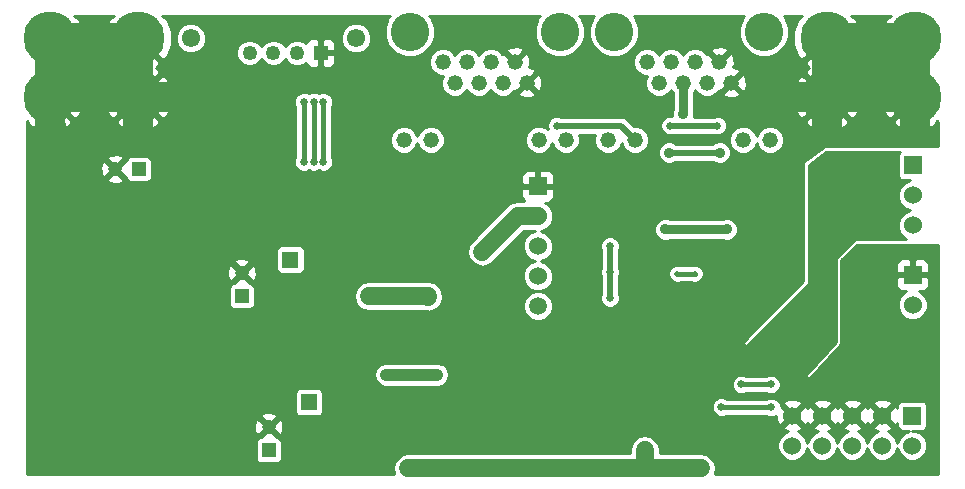
<source format=gbl>
G04 #@! TF.FileFunction,Copper,L2,Bot,Signal*
%FSLAX46Y46*%
G04 Gerber Fmt 4.6, Leading zero omitted, Abs format (unit mm)*
G04 Created by KiCad (PCBNEW (2014-jul-16 BZR unknown)-product) date Qua 03 Dez 2014 13:43:59 BRST*
%MOMM*%
G01*
G04 APERTURE LIST*
%ADD10C,0.150000*%
%ADD11R,1.397000X1.397000*%
%ADD12C,1.320800*%
%ADD13C,3.251200*%
%ADD14R,1.524000X1.524000*%
%ADD15C,1.524000*%
%ADD16C,1.500000*%
%ADD17C,4.500000*%
%ADD18C,1.200000*%
%ADD19R,1.200000X1.200000*%
%ADD20R,1.250000X1.250000*%
%ADD21C,1.250000*%
%ADD22C,1.550000*%
%ADD23C,0.889000*%
%ADD24C,1.270000*%
%ADD25C,0.635000*%
%ADD26C,0.508000*%
%ADD27C,1.016000*%
%ADD28C,1.524000*%
%ADD29C,0.508000*%
%ADD30C,0.762000*%
%ADD31C,2.540000*%
%ADD32C,0.381000*%
%ADD33C,0.254000*%
%ADD34C,0.635000*%
G04 APERTURE END LIST*
D10*
D11*
X22930160Y-21250800D03*
X24511000Y-33324800D03*
D12*
X32542000Y-11104000D03*
X34828000Y-11104000D03*
X43972000Y-11104000D03*
X46258000Y-11104000D03*
X42956000Y-6278000D03*
X40924000Y-6278000D03*
X38892000Y-6278000D03*
X36860000Y-6278000D03*
X39908000Y-4500000D03*
X37876000Y-4500000D03*
X41940000Y-4500000D03*
X35844000Y-4500000D03*
D13*
X33050000Y-1960000D03*
X45750000Y-1960000D03*
D12*
X49842000Y-11104000D03*
X52128000Y-11104000D03*
X61272000Y-11104000D03*
X63558000Y-11104000D03*
X60256000Y-6278000D03*
X58224000Y-6278000D03*
X56192000Y-6278000D03*
X54160000Y-6278000D03*
X57208000Y-4500000D03*
X55176000Y-4500000D03*
X59240000Y-4500000D03*
X53144000Y-4500000D03*
D13*
X50350000Y-1960000D03*
X63050000Y-1960000D03*
D14*
X75604800Y-34452600D03*
D15*
X75604800Y-36992600D03*
X73064800Y-34452600D03*
X73064800Y-36992600D03*
X70524800Y-34452600D03*
X70524800Y-36992600D03*
X67984800Y-34452600D03*
X67984800Y-36992600D03*
X65444800Y-34452600D03*
X65444800Y-36992600D03*
D14*
X43900000Y-15020000D03*
D15*
X43900000Y-17560000D03*
X43900000Y-20100000D03*
X43900000Y-22640000D03*
D16*
X43900000Y-25180000D03*
D14*
X75624800Y-13282600D03*
D15*
X75624800Y-15822600D03*
X75624800Y-18362600D03*
D14*
X75624800Y-22552600D03*
D15*
X75624800Y-25092600D03*
D17*
X75850000Y-7500000D03*
X68350000Y-7500000D03*
X75850000Y-2500000D03*
X68350000Y-2500000D03*
X10050000Y-7500000D03*
X2550000Y-7500000D03*
X10050000Y-2500000D03*
X2550000Y-2500000D03*
D18*
X8100000Y-13600000D03*
D19*
X10100000Y-13600000D03*
D18*
X21100000Y-35400000D03*
D19*
X21100000Y-37400000D03*
D18*
X18830160Y-22350800D03*
D19*
X18830160Y-24350800D03*
D20*
X25500000Y-3750000D03*
D21*
X21500000Y-3750000D03*
X19500000Y-3750000D03*
D22*
X28500000Y-2500000D03*
X14500000Y-2500000D03*
D21*
X23500000Y-3750000D03*
D23*
X35382200Y-30988000D03*
X32969200Y-30988000D03*
X31038800Y-30988000D03*
D24*
X32925000Y-38925000D03*
X52950000Y-37400000D03*
D23*
X55000000Y-12200000D03*
X59300000Y-12200000D03*
D24*
X57683400Y-38912800D03*
D25*
X49987200Y-24503000D03*
X49987200Y-20083400D03*
X49987200Y-22293200D03*
D24*
X34620200Y-24384000D03*
X29591000Y-24358600D03*
X39192200Y-20574000D03*
D23*
X59900000Y-18700000D03*
X54700000Y-18700000D03*
X64500000Y-19900000D03*
X61200000Y-23700000D03*
X55458360Y-31551880D03*
X32685000Y-17284000D03*
X39450000Y-17250000D03*
X5430160Y-17950800D03*
D24*
X14730160Y-16150800D03*
X16330160Y-17950800D03*
D23*
X50600000Y-34850000D03*
X58950860Y-29560520D03*
X26974800Y-15011400D03*
D24*
X17043400Y-29159200D03*
X18491200Y-30962600D03*
D23*
X15951200Y-27228800D03*
X21717000Y-28016200D03*
X41681400Y-33401000D03*
X45974000Y-33401000D03*
X59800000Y-14100000D03*
X54600000Y-14100000D03*
X65300000Y-17500000D03*
X49500000Y-27700000D03*
X60224800Y-25922600D03*
X70224800Y-13322600D03*
X64324800Y-27422600D03*
D26*
X55702200Y-22428200D03*
X57162700Y-22428200D03*
D25*
X59424800Y-33722600D03*
X63652400Y-33756600D03*
D23*
X56200000Y-8900000D03*
D25*
X25740360Y-7894320D03*
X25740360Y-12966700D03*
X24902160Y-7894320D03*
X24902160Y-12969240D03*
X24063960Y-7894320D03*
X24061420Y-12966700D03*
X61124800Y-31822600D03*
X63624800Y-31822600D03*
X45500000Y-9900000D03*
X59100000Y-9900000D03*
X55100000Y-9900000D03*
D27*
X35382200Y-30988000D02*
X32969200Y-30988000D01*
X32969200Y-30988000D02*
X31038800Y-30988000D01*
D28*
X32925000Y-38925000D02*
X52959000Y-38925000D01*
X52950000Y-38925000D02*
X52959000Y-38925000D01*
X52950000Y-37400000D02*
X52950000Y-38925000D01*
D29*
X59300000Y-12200000D02*
X55000000Y-12200000D01*
D28*
X52959000Y-38925000D02*
X57671200Y-38925000D01*
X57671200Y-38925000D02*
X57683400Y-38912800D01*
D29*
X49987200Y-22293200D02*
X49987200Y-24503000D01*
X49987200Y-20083400D02*
X49987200Y-22293200D01*
D28*
X42206200Y-17560000D02*
X39192200Y-20574000D01*
X34594800Y-24358600D02*
X34620200Y-24384000D01*
X29591000Y-24358600D02*
X34594800Y-24358600D01*
X43900000Y-17560000D02*
X42206200Y-17560000D01*
D30*
X59900000Y-18700000D02*
X54700000Y-18700000D01*
D31*
X2550000Y-2500000D02*
X10050000Y-2500000D01*
X2550000Y-7500000D02*
X2550000Y-2500000D01*
X10050000Y-7500000D02*
X2550000Y-7500000D01*
X10050000Y-2500000D02*
X10050000Y-7500000D01*
X5050000Y-2500000D02*
X10050000Y-7500000D01*
X2550000Y-2500000D02*
X5050000Y-2500000D01*
X71334000Y-2500000D02*
X68350000Y-2500000D01*
X73350000Y-4516000D02*
X71334000Y-2500000D01*
X73350000Y-7500000D02*
X73350000Y-4516000D01*
X71025000Y-5175000D02*
X73350000Y-7500000D01*
X68350000Y-2500000D02*
X71025000Y-5175000D01*
X68350000Y-7500000D02*
X68350000Y-2500000D01*
X75850000Y-7500000D02*
X68350000Y-7500000D01*
X75850000Y-2500000D02*
X75850000Y-7500000D01*
X68350000Y-2500000D02*
X75850000Y-2500000D01*
X6644000Y-2500000D02*
X10050000Y-2500000D01*
X2550000Y-6594000D02*
X6644000Y-2500000D01*
X2550000Y-7500000D02*
X2550000Y-6594000D01*
X5050000Y-7500000D02*
X10050000Y-2500000D01*
X2550000Y-7500000D02*
X5050000Y-7500000D01*
X68700000Y-7500000D02*
X71025000Y-5175000D01*
X68350000Y-7500000D02*
X68700000Y-7500000D01*
X68350000Y-10136000D02*
X68326000Y-10160000D01*
X68350000Y-7500000D02*
X68350000Y-10136000D01*
X65158000Y-7500000D02*
X65024000Y-7366000D01*
X68350000Y-7500000D02*
X65158000Y-7500000D01*
X75850000Y-10064000D02*
X75946000Y-10160000D01*
X75850000Y-7500000D02*
X75850000Y-10064000D01*
X13088000Y-7500000D02*
X13208000Y-7620000D01*
X10050000Y-7500000D02*
X13088000Y-7500000D01*
X10050000Y-10270000D02*
X9906000Y-10414000D01*
X10050000Y-7500000D02*
X10050000Y-10270000D01*
X2550000Y-9916000D02*
X2794000Y-10160000D01*
X2550000Y-7500000D02*
X2550000Y-9916000D01*
D32*
X55702200Y-22428200D02*
X57162700Y-22428200D01*
D33*
X59424800Y-33722600D02*
X59458800Y-33756600D01*
D32*
X59458800Y-33756600D02*
X63652400Y-33756600D01*
D30*
X56192000Y-6278000D02*
X56192000Y-8892000D01*
D34*
X56192000Y-8892000D02*
X56200000Y-8900000D01*
D32*
X25740360Y-7894320D02*
X25740360Y-12966700D01*
X24902160Y-7894320D02*
X24902160Y-12969240D01*
X24061420Y-7896860D02*
X24063960Y-7894320D01*
X24061420Y-12966700D02*
X24061420Y-7896860D01*
X63624800Y-31822600D02*
X61124800Y-31822600D01*
D29*
X52128000Y-11104000D02*
X52104000Y-11104000D01*
X50900000Y-9900000D02*
X45500000Y-9900000D01*
X52104000Y-11104000D02*
X50900000Y-9900000D01*
X59100000Y-9900000D02*
X55100000Y-9900000D01*
D33*
G36*
X77792000Y-39392000D02*
X77021800Y-39392000D01*
X77021800Y-23440909D01*
X77021800Y-22838350D01*
X77021800Y-22266850D01*
X77021800Y-21664291D01*
X76925127Y-21430902D01*
X76746499Y-21252273D01*
X76513110Y-21155600D01*
X76260491Y-21155600D01*
X75910550Y-21155600D01*
X75751800Y-21314350D01*
X75751800Y-22425600D01*
X76863050Y-22425600D01*
X77021800Y-22266850D01*
X77021800Y-22838350D01*
X76863050Y-22679600D01*
X75751800Y-22679600D01*
X75751800Y-22699600D01*
X75497800Y-22699600D01*
X75497800Y-22679600D01*
X75497800Y-22425600D01*
X75497800Y-21314350D01*
X75339050Y-21155600D01*
X74989109Y-21155600D01*
X74736490Y-21155600D01*
X74503101Y-21252273D01*
X74324473Y-21430902D01*
X74227800Y-21664291D01*
X74227800Y-22266850D01*
X74386550Y-22425600D01*
X75497800Y-22425600D01*
X75497800Y-22679600D01*
X74386550Y-22679600D01*
X74227800Y-22838350D01*
X74227800Y-23440909D01*
X74324473Y-23674298D01*
X74503101Y-23852927D01*
X74736490Y-23949600D01*
X74989109Y-23949600D01*
X75065392Y-23949600D01*
X74906342Y-24015318D01*
X74548774Y-24372263D01*
X74355021Y-24838873D01*
X74354580Y-25344110D01*
X74547518Y-25811058D01*
X74904463Y-26168626D01*
X75371073Y-26362379D01*
X75876310Y-26362820D01*
X76343258Y-26169882D01*
X76700826Y-25812937D01*
X76894579Y-25346327D01*
X76895020Y-24841090D01*
X76702082Y-24374142D01*
X76345137Y-24016574D01*
X76183845Y-23949600D01*
X76260491Y-23949600D01*
X76513110Y-23949600D01*
X76746499Y-23852927D01*
X76925127Y-23674298D01*
X77021800Y-23440909D01*
X77021800Y-39392000D01*
X76875020Y-39392000D01*
X76875020Y-36741090D01*
X76682082Y-36274142D01*
X76325137Y-35916574D01*
X75858527Y-35722821D01*
X75605335Y-35722600D01*
X76467847Y-35722600D01*
X76654558Y-35645262D01*
X76797461Y-35502359D01*
X76874800Y-35315648D01*
X76874800Y-35113553D01*
X76874800Y-33589553D01*
X76797462Y-33402842D01*
X76654559Y-33259939D01*
X76467848Y-33182600D01*
X76265753Y-33182600D01*
X74741753Y-33182600D01*
X74555042Y-33259938D01*
X74412139Y-33402841D01*
X74334800Y-33589552D01*
X74334800Y-33791647D01*
X74334800Y-33836380D01*
X74287197Y-33721457D01*
X74045013Y-33651992D01*
X73865408Y-33831597D01*
X73865408Y-33472387D01*
X73795943Y-33230203D01*
X73272498Y-33043456D01*
X72717432Y-33071238D01*
X72333657Y-33230203D01*
X72264192Y-33472387D01*
X73064800Y-34272995D01*
X73865408Y-33472387D01*
X73865408Y-33831597D01*
X73244405Y-34452600D01*
X74045013Y-35253208D01*
X74287197Y-35183743D01*
X74334800Y-35050313D01*
X74334800Y-35315647D01*
X74412138Y-35502358D01*
X74555041Y-35645261D01*
X74741752Y-35722600D01*
X74943847Y-35722600D01*
X75352757Y-35722600D01*
X74886342Y-35915318D01*
X74528774Y-36272263D01*
X74335021Y-36738873D01*
X74335019Y-36741087D01*
X74142082Y-36274142D01*
X73785137Y-35916574D01*
X73499283Y-35797877D01*
X73795943Y-35674997D01*
X73865408Y-35432813D01*
X73064800Y-34632205D01*
X72885195Y-34811810D01*
X72885195Y-34452600D01*
X72084587Y-33651992D01*
X71842403Y-33721457D01*
X71798347Y-33844944D01*
X71747197Y-33721457D01*
X71505013Y-33651992D01*
X71325408Y-33831597D01*
X71325408Y-33472387D01*
X71255943Y-33230203D01*
X70732498Y-33043456D01*
X70177432Y-33071238D01*
X69793657Y-33230203D01*
X69724192Y-33472387D01*
X70524800Y-34272995D01*
X71325408Y-33472387D01*
X71325408Y-33831597D01*
X70704405Y-34452600D01*
X71505013Y-35253208D01*
X71747197Y-35183743D01*
X71791252Y-35060255D01*
X71842403Y-35183743D01*
X72084587Y-35253208D01*
X72885195Y-34452600D01*
X72885195Y-34811810D01*
X72264192Y-35432813D01*
X72333657Y-35674997D01*
X72652587Y-35788780D01*
X72346342Y-35915318D01*
X71988774Y-36272263D01*
X71795021Y-36738873D01*
X71795019Y-36741087D01*
X71602082Y-36274142D01*
X71245137Y-35916574D01*
X70959283Y-35797877D01*
X71255943Y-35674997D01*
X71325408Y-35432813D01*
X70524800Y-34632205D01*
X70345195Y-34811810D01*
X70345195Y-34452600D01*
X69544587Y-33651992D01*
X69302403Y-33721457D01*
X69258347Y-33844944D01*
X69207197Y-33721457D01*
X68965013Y-33651992D01*
X68785408Y-33831597D01*
X68785408Y-33472387D01*
X68715943Y-33230203D01*
X68192498Y-33043456D01*
X67637432Y-33071238D01*
X67253657Y-33230203D01*
X67184192Y-33472387D01*
X67984800Y-34272995D01*
X68785408Y-33472387D01*
X68785408Y-33831597D01*
X68164405Y-34452600D01*
X68965013Y-35253208D01*
X69207197Y-35183743D01*
X69251252Y-35060255D01*
X69302403Y-35183743D01*
X69544587Y-35253208D01*
X70345195Y-34452600D01*
X70345195Y-34811810D01*
X69724192Y-35432813D01*
X69793657Y-35674997D01*
X70112587Y-35788780D01*
X69806342Y-35915318D01*
X69448774Y-36272263D01*
X69255021Y-36738873D01*
X69255019Y-36741087D01*
X69062082Y-36274142D01*
X68705137Y-35916574D01*
X68419283Y-35797877D01*
X68715943Y-35674997D01*
X68785408Y-35432813D01*
X67984800Y-34632205D01*
X67805195Y-34811810D01*
X67805195Y-34452600D01*
X67004587Y-33651992D01*
X66762403Y-33721457D01*
X66718347Y-33844944D01*
X66667197Y-33721457D01*
X66425013Y-33651992D01*
X66245408Y-33831597D01*
X66245408Y-33472387D01*
X66175943Y-33230203D01*
X65652498Y-33043456D01*
X65097432Y-33071238D01*
X64713657Y-33230203D01*
X64644192Y-33472387D01*
X65444800Y-34272995D01*
X66245408Y-33472387D01*
X66245408Y-33831597D01*
X65624405Y-34452600D01*
X66425013Y-35253208D01*
X66667197Y-35183743D01*
X66711252Y-35060255D01*
X66762403Y-35183743D01*
X67004587Y-35253208D01*
X67805195Y-34452600D01*
X67805195Y-34811810D01*
X67184192Y-35432813D01*
X67253657Y-35674997D01*
X67572587Y-35788780D01*
X67266342Y-35915318D01*
X66908774Y-36272263D01*
X66715021Y-36738873D01*
X66715019Y-36741087D01*
X66522082Y-36274142D01*
X66165137Y-35916574D01*
X65879283Y-35797877D01*
X66175943Y-35674997D01*
X66245408Y-35432813D01*
X65444800Y-34632205D01*
X65265195Y-34811810D01*
X65265195Y-34452600D01*
X64477980Y-33665385D01*
X64478043Y-33593118D01*
X64450443Y-33526320D01*
X64450443Y-31659118D01*
X64325033Y-31355602D01*
X64093019Y-31123183D01*
X63789723Y-30997243D01*
X63461318Y-30996957D01*
X63157802Y-31122367D01*
X63156065Y-31124100D01*
X61593934Y-31124100D01*
X61593019Y-31123183D01*
X61289723Y-30997243D01*
X60961318Y-30996957D01*
X60852665Y-31041851D01*
X60852665Y-18511367D01*
X60707961Y-18161157D01*
X60440253Y-17892980D01*
X60252665Y-17815086D01*
X60252665Y-12011367D01*
X60107961Y-11661157D01*
X59840253Y-11392980D01*
X59490295Y-11247665D01*
X59111367Y-11247335D01*
X58761157Y-11392039D01*
X58715115Y-11438000D01*
X55585194Y-11438000D01*
X55540253Y-11392980D01*
X55190295Y-11247665D01*
X54811367Y-11247335D01*
X54461157Y-11392039D01*
X54192980Y-11659747D01*
X54047665Y-12009705D01*
X54047335Y-12388633D01*
X54192039Y-12738843D01*
X54459747Y-13007020D01*
X54809705Y-13152335D01*
X55188633Y-13152665D01*
X55538843Y-13007961D01*
X55584884Y-12962000D01*
X58714805Y-12962000D01*
X58759747Y-13007020D01*
X59109705Y-13152335D01*
X59488633Y-13152665D01*
X59838843Y-13007961D01*
X60107020Y-12740253D01*
X60252335Y-12390295D01*
X60252665Y-12011367D01*
X60252665Y-17815086D01*
X60090295Y-17747665D01*
X59711367Y-17747335D01*
X59557286Y-17811000D01*
X55042822Y-17811000D01*
X54890295Y-17747665D01*
X54511367Y-17747335D01*
X54161157Y-17892039D01*
X53892980Y-18159747D01*
X53747665Y-18509705D01*
X53747335Y-18888633D01*
X53892039Y-19238843D01*
X54159747Y-19507020D01*
X54509705Y-19652335D01*
X54888633Y-19652665D01*
X55042713Y-19589000D01*
X59557177Y-19589000D01*
X59709705Y-19652335D01*
X60088633Y-19652665D01*
X60438843Y-19507961D01*
X60707020Y-19240253D01*
X60852335Y-18890295D01*
X60852665Y-18511367D01*
X60852665Y-31041851D01*
X60657802Y-31122367D01*
X60425383Y-31354381D01*
X60299443Y-31657677D01*
X60299157Y-31986082D01*
X60424567Y-32289598D01*
X60656581Y-32522017D01*
X60959877Y-32647957D01*
X61288282Y-32648243D01*
X61591798Y-32522833D01*
X61593534Y-32521100D01*
X63155665Y-32521100D01*
X63156581Y-32522017D01*
X63459877Y-32647957D01*
X63788282Y-32648243D01*
X64091798Y-32522833D01*
X64324217Y-32290819D01*
X64450157Y-31987523D01*
X64450443Y-31659118D01*
X64450443Y-33526320D01*
X64352633Y-33289602D01*
X64120619Y-33057183D01*
X63817323Y-32931243D01*
X63488918Y-32930957D01*
X63185402Y-33056367D01*
X63183665Y-33058100D01*
X59927875Y-33058100D01*
X59893019Y-33023183D01*
X59589723Y-32897243D01*
X59261318Y-32896957D01*
X58957802Y-33022367D01*
X58725383Y-33254381D01*
X58599443Y-33557677D01*
X58599157Y-33886082D01*
X58724567Y-34189598D01*
X58956581Y-34422017D01*
X59259877Y-34547957D01*
X59588282Y-34548243D01*
X59813705Y-34455100D01*
X63183265Y-34455100D01*
X63184181Y-34456017D01*
X63487477Y-34581957D01*
X63815882Y-34582243D01*
X64047745Y-34486439D01*
X64063438Y-34799968D01*
X64222403Y-35183743D01*
X64464587Y-35253208D01*
X65265195Y-34452600D01*
X65265195Y-34811810D01*
X64644192Y-35432813D01*
X64713657Y-35674997D01*
X65032587Y-35788780D01*
X64726342Y-35915318D01*
X64368774Y-36272263D01*
X64175021Y-36738873D01*
X64174580Y-37244110D01*
X64367518Y-37711058D01*
X64724463Y-38068626D01*
X65191073Y-38262379D01*
X65696310Y-38262820D01*
X66163258Y-38069882D01*
X66520826Y-37712937D01*
X66714579Y-37246327D01*
X66714580Y-37244112D01*
X66907518Y-37711058D01*
X67264463Y-38068626D01*
X67731073Y-38262379D01*
X68236310Y-38262820D01*
X68703258Y-38069882D01*
X69060826Y-37712937D01*
X69254579Y-37246327D01*
X69254580Y-37244112D01*
X69447518Y-37711058D01*
X69804463Y-38068626D01*
X70271073Y-38262379D01*
X70776310Y-38262820D01*
X71243258Y-38069882D01*
X71600826Y-37712937D01*
X71794579Y-37246327D01*
X71794580Y-37244112D01*
X71987518Y-37711058D01*
X72344463Y-38068626D01*
X72811073Y-38262379D01*
X73316310Y-38262820D01*
X73783258Y-38069882D01*
X74140826Y-37712937D01*
X74334579Y-37246327D01*
X74334580Y-37244112D01*
X74527518Y-37711058D01*
X74884463Y-38068626D01*
X75351073Y-38262379D01*
X75856310Y-38262820D01*
X76323258Y-38069882D01*
X76680826Y-37712937D01*
X76874579Y-37246327D01*
X76875020Y-36741090D01*
X76875020Y-39392000D01*
X58858081Y-39392000D01*
X58953400Y-38912800D01*
X58856727Y-38426792D01*
X58581425Y-38014775D01*
X58169408Y-37739473D01*
X57924832Y-37690823D01*
X57924832Y-22277294D01*
X57809068Y-21997126D01*
X57594902Y-21782585D01*
X57314936Y-21666333D01*
X57011794Y-21666068D01*
X56857794Y-21729700D01*
X56007040Y-21729700D01*
X55854436Y-21666333D01*
X55551294Y-21666068D01*
X55271126Y-21781832D01*
X55056585Y-21995998D01*
X54940333Y-22275964D01*
X54940068Y-22579106D01*
X55055832Y-22859274D01*
X55269998Y-23073815D01*
X55549964Y-23190067D01*
X55853106Y-23190332D01*
X56007105Y-23126700D01*
X56857859Y-23126700D01*
X57010464Y-23190067D01*
X57313606Y-23190332D01*
X57593774Y-23074568D01*
X57808315Y-22860402D01*
X57924567Y-22580436D01*
X57924832Y-22277294D01*
X57924832Y-37690823D01*
X57683400Y-37642800D01*
X57622066Y-37655000D01*
X54220000Y-37655000D01*
X54220000Y-37400000D01*
X54123327Y-36913992D01*
X53848026Y-36501974D01*
X53436008Y-36226673D01*
X53296602Y-36198943D01*
X53296602Y-10872611D01*
X53119099Y-10443019D01*
X52790709Y-10114057D01*
X52361429Y-9935804D01*
X52013129Y-9935499D01*
X51438815Y-9361185D01*
X51191605Y-9196004D01*
X50900000Y-9138000D01*
X45817502Y-9138000D01*
X45664923Y-9074643D01*
X45336518Y-9074357D01*
X45033002Y-9199767D01*
X44800583Y-9431781D01*
X44674643Y-9735077D01*
X44674357Y-10063482D01*
X44738012Y-10217540D01*
X44634709Y-10114057D01*
X44263981Y-9960116D01*
X44263981Y-6461410D01*
X44234605Y-5946906D01*
X44094229Y-5608009D01*
X43862558Y-5551047D01*
X43682953Y-5730652D01*
X43682953Y-5371442D01*
X43625991Y-5139771D01*
X43147061Y-4972688D01*
X43247981Y-4683410D01*
X43218605Y-4168906D01*
X43078229Y-3830009D01*
X42846558Y-3773047D01*
X42666953Y-3952652D01*
X42666953Y-3593442D01*
X42609991Y-3361771D01*
X42123410Y-3192019D01*
X41608906Y-3221395D01*
X41270009Y-3361771D01*
X41213047Y-3593442D01*
X41940000Y-4320395D01*
X42666953Y-3593442D01*
X42666953Y-3952652D01*
X42119605Y-4500000D01*
X42133747Y-4514142D01*
X41954142Y-4693747D01*
X41940000Y-4679605D01*
X41925857Y-4693747D01*
X41746252Y-4514142D01*
X41760395Y-4500000D01*
X41033442Y-3773047D01*
X40872696Y-3812570D01*
X40570709Y-3510057D01*
X40141429Y-3331804D01*
X39676611Y-3331398D01*
X39247019Y-3508901D01*
X38918057Y-3837291D01*
X38892157Y-3899664D01*
X38867099Y-3839019D01*
X38538709Y-3510057D01*
X38109429Y-3331804D01*
X37644611Y-3331398D01*
X37215019Y-3508901D01*
X36886057Y-3837291D01*
X36860157Y-3899664D01*
X36835099Y-3839019D01*
X36506709Y-3510057D01*
X36077429Y-3331804D01*
X35612611Y-3331398D01*
X35183019Y-3508901D01*
X34854057Y-3837291D01*
X34675804Y-4266571D01*
X34675398Y-4731389D01*
X34852901Y-5160981D01*
X35181291Y-5489943D01*
X35610571Y-5668196D01*
X35848002Y-5668403D01*
X35691804Y-6044571D01*
X35691398Y-6509389D01*
X35868901Y-6938981D01*
X36197291Y-7267943D01*
X36626571Y-7446196D01*
X37091389Y-7446602D01*
X37520981Y-7269099D01*
X37849943Y-6940709D01*
X37875842Y-6878335D01*
X37900901Y-6938981D01*
X38229291Y-7267943D01*
X38658571Y-7446196D01*
X39123389Y-7446602D01*
X39552981Y-7269099D01*
X39881943Y-6940709D01*
X39907842Y-6878335D01*
X39932901Y-6938981D01*
X40261291Y-7267943D01*
X40690571Y-7446196D01*
X41155389Y-7446602D01*
X41584981Y-7269099D01*
X41889083Y-6965524D01*
X42049442Y-7004953D01*
X42776395Y-6278000D01*
X42762252Y-6263857D01*
X42941857Y-6084252D01*
X42956000Y-6098395D01*
X43682953Y-5371442D01*
X43682953Y-5730652D01*
X43135605Y-6278000D01*
X43862558Y-7004953D01*
X44094229Y-6947991D01*
X44263981Y-6461410D01*
X44263981Y-9960116D01*
X44205429Y-9935804D01*
X43740611Y-9935398D01*
X43682953Y-9959221D01*
X43682953Y-7184558D01*
X42956000Y-6457605D01*
X42229047Y-7184558D01*
X42286009Y-7416229D01*
X42772590Y-7585981D01*
X43287094Y-7556605D01*
X43625991Y-7416229D01*
X43682953Y-7184558D01*
X43682953Y-9959221D01*
X43311019Y-10112901D01*
X42982057Y-10441291D01*
X42803804Y-10870571D01*
X42803398Y-11335389D01*
X42980901Y-11764981D01*
X43309291Y-12093943D01*
X43738571Y-12272196D01*
X44203389Y-12272602D01*
X44632981Y-12095099D01*
X44961943Y-11766709D01*
X45115156Y-11397730D01*
X45266901Y-11764981D01*
X45595291Y-12093943D01*
X46024571Y-12272196D01*
X46489389Y-12272602D01*
X46918981Y-12095099D01*
X47247943Y-11766709D01*
X47426196Y-11337429D01*
X47426602Y-10872611D01*
X47339579Y-10662000D01*
X48760410Y-10662000D01*
X48673804Y-10870571D01*
X48673398Y-11335389D01*
X48850901Y-11764981D01*
X49179291Y-12093943D01*
X49608571Y-12272196D01*
X50073389Y-12272602D01*
X50502981Y-12095099D01*
X50831943Y-11766709D01*
X50985156Y-11397730D01*
X51136901Y-11764981D01*
X51465291Y-12093943D01*
X51894571Y-12272196D01*
X52359389Y-12272602D01*
X52788981Y-12095099D01*
X53117943Y-11766709D01*
X53296196Y-11337429D01*
X53296602Y-10872611D01*
X53296602Y-36198943D01*
X52950000Y-36130000D01*
X52463992Y-36226673D01*
X52051974Y-36501974D01*
X51776673Y-36913992D01*
X51680000Y-37400000D01*
X51680000Y-37655000D01*
X50812843Y-37655000D01*
X50812843Y-24339518D01*
X50749200Y-24185489D01*
X50749200Y-22610702D01*
X50812557Y-22458123D01*
X50812843Y-22129718D01*
X50749200Y-21975689D01*
X50749200Y-20400902D01*
X50812557Y-20248323D01*
X50812843Y-19919918D01*
X50687433Y-19616402D01*
X50455419Y-19383983D01*
X50152123Y-19258043D01*
X49823718Y-19257757D01*
X49520202Y-19383167D01*
X49287783Y-19615181D01*
X49161843Y-19918477D01*
X49161557Y-20246882D01*
X49225200Y-20400910D01*
X49225200Y-21975697D01*
X49161843Y-22128277D01*
X49161557Y-22456682D01*
X49225200Y-22610710D01*
X49225200Y-24185497D01*
X49161843Y-24338077D01*
X49161557Y-24666482D01*
X49286967Y-24969998D01*
X49518981Y-25202417D01*
X49822277Y-25328357D01*
X50150682Y-25328643D01*
X50454198Y-25203233D01*
X50686617Y-24971219D01*
X50812557Y-24667923D01*
X50812843Y-24339518D01*
X50812843Y-37655000D01*
X45297000Y-37655000D01*
X45297000Y-15908309D01*
X45297000Y-15305750D01*
X45297000Y-14734250D01*
X45297000Y-14131691D01*
X45200327Y-13898302D01*
X45021699Y-13719673D01*
X44788310Y-13623000D01*
X44535691Y-13623000D01*
X44185750Y-13623000D01*
X44027000Y-13781750D01*
X44027000Y-14893000D01*
X45138250Y-14893000D01*
X45297000Y-14734250D01*
X45297000Y-15305750D01*
X45138250Y-15147000D01*
X44027000Y-15147000D01*
X44027000Y-15167000D01*
X43773000Y-15167000D01*
X43773000Y-15147000D01*
X43773000Y-14893000D01*
X43773000Y-13781750D01*
X43614250Y-13623000D01*
X43264309Y-13623000D01*
X43011690Y-13623000D01*
X42778301Y-13719673D01*
X42599673Y-13898302D01*
X42503000Y-14131691D01*
X42503000Y-14734250D01*
X42661750Y-14893000D01*
X43773000Y-14893000D01*
X43773000Y-15147000D01*
X42661750Y-15147000D01*
X42503000Y-15305750D01*
X42503000Y-15908309D01*
X42599673Y-16141698D01*
X42747974Y-16290000D01*
X42206205Y-16290000D01*
X42206200Y-16289999D01*
X41720192Y-16386673D01*
X41308174Y-16661974D01*
X41308171Y-16661977D01*
X38294174Y-19675974D01*
X38018873Y-20087992D01*
X37922199Y-20574000D01*
X38018873Y-21060008D01*
X38294174Y-21472026D01*
X38706192Y-21747327D01*
X39192200Y-21844001D01*
X39678208Y-21747327D01*
X40090226Y-21472026D01*
X42732251Y-18830000D01*
X43647957Y-18830000D01*
X43181542Y-19022718D01*
X42823974Y-19379663D01*
X42630221Y-19846273D01*
X42629780Y-20351510D01*
X42822718Y-20818458D01*
X43179663Y-21176026D01*
X43646273Y-21369779D01*
X43648487Y-21369780D01*
X43181542Y-21562718D01*
X42823974Y-21919663D01*
X42630221Y-22386273D01*
X42629780Y-22891510D01*
X42822718Y-23358458D01*
X43179663Y-23716026D01*
X43646273Y-23909779D01*
X44151510Y-23910220D01*
X44618458Y-23717282D01*
X44976026Y-23360337D01*
X45169779Y-22893727D01*
X45170220Y-22388490D01*
X44977282Y-21921542D01*
X44620337Y-21563974D01*
X44153727Y-21370221D01*
X44151512Y-21370219D01*
X44618458Y-21177282D01*
X44976026Y-20820337D01*
X45169779Y-20353727D01*
X45170220Y-19848490D01*
X44977282Y-19381542D01*
X44620337Y-19023974D01*
X44153727Y-18830221D01*
X44151512Y-18830219D01*
X44386008Y-18733327D01*
X44618458Y-18637282D01*
X44798026Y-18458026D01*
X44976026Y-18280337D01*
X45073327Y-18046008D01*
X45169779Y-17813727D01*
X45170000Y-17560000D01*
X45170220Y-17308490D01*
X45073327Y-17073992D01*
X44977282Y-16841542D01*
X44798026Y-16661974D01*
X44620337Y-16483974D01*
X44459045Y-16417000D01*
X44535691Y-16417000D01*
X44788310Y-16417000D01*
X45021699Y-16320327D01*
X45200327Y-16141698D01*
X45297000Y-15908309D01*
X45297000Y-37655000D01*
X45158218Y-37655000D01*
X45158218Y-24930866D01*
X44967103Y-24468331D01*
X44613530Y-24114141D01*
X44151330Y-23922219D01*
X43650866Y-23921782D01*
X43188331Y-24112897D01*
X42834141Y-24466470D01*
X42642219Y-24928670D01*
X42641782Y-25429134D01*
X42832897Y-25891669D01*
X43186470Y-26245859D01*
X43648670Y-26437781D01*
X44149134Y-26438218D01*
X44611669Y-26247103D01*
X44965859Y-25893530D01*
X45157781Y-25431330D01*
X45158218Y-24930866D01*
X45158218Y-37655000D01*
X36398200Y-37655000D01*
X36398200Y-30988000D01*
X36320862Y-30599194D01*
X36100620Y-30269580D01*
X35996602Y-30200077D01*
X35996602Y-10872611D01*
X35819099Y-10443019D01*
X35490709Y-10114057D01*
X35061429Y-9935804D01*
X34596611Y-9935398D01*
X34167019Y-10112901D01*
X33838057Y-10441291D01*
X33684843Y-10810269D01*
X33533099Y-10443019D01*
X33204709Y-10114057D01*
X32775429Y-9935804D01*
X32310611Y-9935398D01*
X31881019Y-10112901D01*
X31552057Y-10441291D01*
X31373804Y-10870571D01*
X31373398Y-11335389D01*
X31550901Y-11764981D01*
X31879291Y-12093943D01*
X32308571Y-12272196D01*
X32773389Y-12272602D01*
X33202981Y-12095099D01*
X33531943Y-11766709D01*
X33685156Y-11397730D01*
X33836901Y-11764981D01*
X34165291Y-12093943D01*
X34594571Y-12272196D01*
X35059389Y-12272602D01*
X35488981Y-12095099D01*
X35817943Y-11766709D01*
X35996196Y-11337429D01*
X35996602Y-10872611D01*
X35996602Y-30200077D01*
X35890201Y-30128981D01*
X35890201Y-24384000D01*
X35793527Y-23897992D01*
X35518226Y-23485974D01*
X35492826Y-23460574D01*
X35080808Y-23185273D01*
X34594800Y-23088599D01*
X34594794Y-23088600D01*
X29783222Y-23088600D01*
X29783222Y-2245915D01*
X29588308Y-1774189D01*
X29227710Y-1412960D01*
X28756324Y-1217224D01*
X28245915Y-1216778D01*
X27774189Y-1411692D01*
X27412960Y-1772290D01*
X27217224Y-2243676D01*
X27216778Y-2754085D01*
X27411692Y-3225811D01*
X27772290Y-3587040D01*
X28243676Y-3782776D01*
X28754085Y-3783222D01*
X29225811Y-3588308D01*
X29587040Y-3227710D01*
X29782776Y-2756324D01*
X29783222Y-2245915D01*
X29783222Y-23088600D01*
X29591000Y-23088600D01*
X29104992Y-23185273D01*
X28692974Y-23460574D01*
X28417673Y-23872592D01*
X28321000Y-24358600D01*
X28417673Y-24844608D01*
X28692974Y-25256626D01*
X29104992Y-25531927D01*
X29591000Y-25628600D01*
X34492501Y-25628600D01*
X34620200Y-25654001D01*
X35106208Y-25557327D01*
X35518226Y-25282026D01*
X35793527Y-24870008D01*
X35890201Y-24384000D01*
X35890201Y-30128981D01*
X35771006Y-30049338D01*
X35382200Y-29972000D01*
X32969200Y-29972000D01*
X31038800Y-29972000D01*
X30649994Y-30049338D01*
X30320380Y-30269580D01*
X30100138Y-30599194D01*
X30022800Y-30988000D01*
X30100138Y-31376806D01*
X30320380Y-31706420D01*
X30649994Y-31926662D01*
X31038800Y-32004000D01*
X32969200Y-32004000D01*
X35382200Y-32004000D01*
X35771006Y-31926662D01*
X36100620Y-31706420D01*
X36320862Y-31376806D01*
X36398200Y-30988000D01*
X36398200Y-37655000D01*
X32925000Y-37655000D01*
X32438992Y-37751673D01*
X32026974Y-38026974D01*
X31751673Y-38438992D01*
X31655000Y-38925000D01*
X31747892Y-39392000D01*
X26760000Y-39392000D01*
X26760000Y-4501310D01*
X26760000Y-4248691D01*
X26760000Y-4035750D01*
X26760000Y-3464250D01*
X26760000Y-3251309D01*
X26760000Y-2998690D01*
X26663327Y-2765301D01*
X26484698Y-2586673D01*
X26251309Y-2490000D01*
X25785750Y-2490000D01*
X25627000Y-2648750D01*
X25627000Y-3623000D01*
X26601250Y-3623000D01*
X26760000Y-3464250D01*
X26760000Y-4035750D01*
X26601250Y-3877000D01*
X25627000Y-3877000D01*
X25627000Y-4851250D01*
X25785750Y-5010000D01*
X26251309Y-5010000D01*
X26484698Y-4913327D01*
X26663327Y-4734699D01*
X26760000Y-4501310D01*
X26760000Y-39392000D01*
X26566003Y-39392000D01*
X26566003Y-12803218D01*
X26440593Y-12499702D01*
X26438860Y-12497965D01*
X26438860Y-8363454D01*
X26439777Y-8362539D01*
X26565717Y-8059243D01*
X26566003Y-7730838D01*
X26440593Y-7427322D01*
X26208579Y-7194903D01*
X25905283Y-7068963D01*
X25576878Y-7068677D01*
X25373000Y-7152917D01*
X25373000Y-4851250D01*
X25373000Y-3877000D01*
X25353000Y-3877000D01*
X25353000Y-3623000D01*
X25373000Y-3623000D01*
X25373000Y-2648750D01*
X25214250Y-2490000D01*
X24748691Y-2490000D01*
X24515302Y-2586673D01*
X24336673Y-2765301D01*
X24272524Y-2920169D01*
X24142631Y-2790049D01*
X23726356Y-2617197D01*
X23275621Y-2616804D01*
X22859045Y-2788929D01*
X22540049Y-3107369D01*
X22500115Y-3203540D01*
X22461071Y-3109045D01*
X22142631Y-2790049D01*
X21726356Y-2617197D01*
X21275621Y-2616804D01*
X20859045Y-2788929D01*
X20540049Y-3107369D01*
X20500115Y-3203540D01*
X20461071Y-3109045D01*
X20142631Y-2790049D01*
X19726356Y-2617197D01*
X19275621Y-2616804D01*
X18859045Y-2788929D01*
X18540049Y-3107369D01*
X18367197Y-3523644D01*
X18366804Y-3974379D01*
X18538929Y-4390955D01*
X18857369Y-4709951D01*
X19273644Y-4882803D01*
X19724379Y-4883196D01*
X20140955Y-4711071D01*
X20459951Y-4392631D01*
X20499884Y-4296459D01*
X20538929Y-4390955D01*
X20857369Y-4709951D01*
X21273644Y-4882803D01*
X21724379Y-4883196D01*
X22140955Y-4711071D01*
X22459951Y-4392631D01*
X22499884Y-4296459D01*
X22538929Y-4390955D01*
X22857369Y-4709951D01*
X23273644Y-4882803D01*
X23724379Y-4883196D01*
X24140955Y-4711071D01*
X24272495Y-4579760D01*
X24336673Y-4734699D01*
X24515302Y-4913327D01*
X24748691Y-5010000D01*
X25214250Y-5010000D01*
X25373000Y-4851250D01*
X25373000Y-7152917D01*
X25321005Y-7174401D01*
X25067083Y-7068963D01*
X24738678Y-7068677D01*
X24482805Y-7174401D01*
X24228883Y-7068963D01*
X23900478Y-7068677D01*
X23596962Y-7194087D01*
X23364543Y-7426101D01*
X23238603Y-7729397D01*
X23238317Y-8057802D01*
X23362920Y-8359364D01*
X23362920Y-12497565D01*
X23362003Y-12498481D01*
X23236063Y-12801777D01*
X23235777Y-13130182D01*
X23361187Y-13433698D01*
X23593201Y-13666117D01*
X23896497Y-13792057D01*
X24224902Y-13792343D01*
X24478981Y-13687359D01*
X24737237Y-13794597D01*
X25065642Y-13794883D01*
X25324580Y-13687891D01*
X25575437Y-13792057D01*
X25903842Y-13792343D01*
X26207358Y-13666933D01*
X26439777Y-13434919D01*
X26565717Y-13131623D01*
X26566003Y-12803218D01*
X26566003Y-39392000D01*
X25717500Y-39392000D01*
X25717500Y-34124348D01*
X25717500Y-33922253D01*
X25717500Y-32525253D01*
X25640162Y-32338542D01*
X25497259Y-32195639D01*
X25310548Y-32118300D01*
X25108453Y-32118300D01*
X24136660Y-32118300D01*
X24136660Y-22050348D01*
X24136660Y-21848253D01*
X24136660Y-20451253D01*
X24059322Y-20264542D01*
X23916419Y-20121639D01*
X23729708Y-20044300D01*
X23527613Y-20044300D01*
X22130613Y-20044300D01*
X21943902Y-20121638D01*
X21800999Y-20264541D01*
X21723660Y-20451252D01*
X21723660Y-20653347D01*
X21723660Y-22050347D01*
X21800998Y-22237058D01*
X21943901Y-22379961D01*
X22130612Y-22457300D01*
X22332707Y-22457300D01*
X23729707Y-22457300D01*
X23916418Y-22379962D01*
X24059321Y-22237059D01*
X24136660Y-22050348D01*
X24136660Y-32118300D01*
X23711453Y-32118300D01*
X23524742Y-32195638D01*
X23381839Y-32338541D01*
X23304500Y-32525252D01*
X23304500Y-32727347D01*
X23304500Y-34124347D01*
X23381838Y-34311058D01*
X23524741Y-34453961D01*
X23711452Y-34531300D01*
X23913547Y-34531300D01*
X25310547Y-34531300D01*
X25497258Y-34453962D01*
X25640161Y-34311059D01*
X25717500Y-34124348D01*
X25717500Y-39392000D01*
X22347807Y-39392000D01*
X22347807Y-35568964D01*
X22317482Y-35078587D01*
X22188164Y-34766383D01*
X21962735Y-34716870D01*
X21783130Y-34896475D01*
X21783130Y-34537265D01*
X21733617Y-34311836D01*
X21268964Y-34152193D01*
X20778587Y-34182518D01*
X20466383Y-34311836D01*
X20416870Y-34537265D01*
X21100000Y-35220395D01*
X21783130Y-34537265D01*
X21783130Y-34896475D01*
X21279605Y-35400000D01*
X21962735Y-36083130D01*
X22188164Y-36033617D01*
X22347807Y-35568964D01*
X22347807Y-39392000D01*
X22208000Y-39392000D01*
X22208000Y-38101048D01*
X22208000Y-37898953D01*
X22208000Y-36698953D01*
X22130662Y-36512242D01*
X21987759Y-36369339D01*
X21801048Y-36292000D01*
X21776702Y-36292000D01*
X21783130Y-36262735D01*
X21100000Y-35579605D01*
X20920395Y-35759210D01*
X20920395Y-35400000D01*
X20237265Y-34716870D01*
X20077967Y-34751858D01*
X20077967Y-22519764D01*
X20047642Y-22029387D01*
X19918324Y-21717183D01*
X19692895Y-21667670D01*
X19513290Y-21847275D01*
X19513290Y-21488065D01*
X19463777Y-21262636D01*
X18999124Y-21102993D01*
X18508747Y-21133318D01*
X18196543Y-21262636D01*
X18147030Y-21488065D01*
X18830160Y-22171195D01*
X19513290Y-21488065D01*
X19513290Y-21847275D01*
X19009765Y-22350800D01*
X19692895Y-23033930D01*
X19918324Y-22984417D01*
X20077967Y-22519764D01*
X20077967Y-34751858D01*
X20011836Y-34766383D01*
X19938160Y-34980822D01*
X19938160Y-25051848D01*
X19938160Y-24849753D01*
X19938160Y-23649753D01*
X19860822Y-23463042D01*
X19717919Y-23320139D01*
X19531208Y-23242800D01*
X19506862Y-23242800D01*
X19513290Y-23213535D01*
X18830160Y-22530405D01*
X18650555Y-22710010D01*
X18650555Y-22350800D01*
X17967425Y-21667670D01*
X17741996Y-21717183D01*
X17582353Y-22181836D01*
X17612678Y-22672213D01*
X17741996Y-22984417D01*
X17967425Y-23033930D01*
X18650555Y-22350800D01*
X18650555Y-22710010D01*
X18147030Y-23213535D01*
X18153457Y-23242800D01*
X18129113Y-23242800D01*
X17942402Y-23320138D01*
X17799499Y-23463041D01*
X17722160Y-23649752D01*
X17722160Y-23851847D01*
X17722160Y-25051847D01*
X17799498Y-25238558D01*
X17942401Y-25381461D01*
X18129112Y-25458800D01*
X18331207Y-25458800D01*
X19531207Y-25458800D01*
X19717918Y-25381462D01*
X19860821Y-25238559D01*
X19938160Y-25051848D01*
X19938160Y-34980822D01*
X19852193Y-35231036D01*
X19882518Y-35721413D01*
X20011836Y-36033617D01*
X20237265Y-36083130D01*
X20920395Y-35400000D01*
X20920395Y-35759210D01*
X20416870Y-36262735D01*
X20423297Y-36292000D01*
X20398953Y-36292000D01*
X20212242Y-36369338D01*
X20069339Y-36512241D01*
X19992000Y-36698952D01*
X19992000Y-36901047D01*
X19992000Y-38101047D01*
X20069338Y-38287758D01*
X20212241Y-38430661D01*
X20398952Y-38508000D01*
X20601047Y-38508000D01*
X21801047Y-38508000D01*
X21987758Y-38430662D01*
X22130661Y-38287759D01*
X22208000Y-38101048D01*
X22208000Y-39392000D01*
X15783222Y-39392000D01*
X15783222Y-2245915D01*
X15588308Y-1774189D01*
X15227710Y-1412960D01*
X14756324Y-1217224D01*
X14245915Y-1216778D01*
X13774189Y-1411692D01*
X13412960Y-1772290D01*
X13217224Y-2243676D01*
X13216778Y-2754085D01*
X13411692Y-3225811D01*
X13772290Y-3587040D01*
X14243676Y-3782776D01*
X14754085Y-3783222D01*
X15225811Y-3588308D01*
X15587040Y-3227710D01*
X15782776Y-2756324D01*
X15783222Y-2245915D01*
X15783222Y-39392000D01*
X12937227Y-39392000D01*
X12937227Y-8062554D01*
X12932730Y-6914838D01*
X12502169Y-5875375D01*
X12105467Y-5624138D01*
X11925862Y-5803743D01*
X11925862Y-5444533D01*
X11674625Y-5047831D01*
X11558508Y-5000266D01*
X11674625Y-4952169D01*
X11925862Y-4555467D01*
X10050000Y-2679605D01*
X9870395Y-2859210D01*
X8174138Y-4555467D01*
X8425375Y-4952169D01*
X8541491Y-4999733D01*
X8425375Y-5047831D01*
X8174138Y-5444533D01*
X10050000Y-7320395D01*
X11925862Y-5444533D01*
X11925862Y-5803743D01*
X10229605Y-7500000D01*
X12105467Y-9375862D01*
X12502169Y-9124625D01*
X12937227Y-8062554D01*
X12937227Y-39392000D01*
X11925862Y-39392000D01*
X11925862Y-9555467D01*
X10050000Y-7679605D01*
X9870395Y-7859210D01*
X9870395Y-7500000D01*
X7994533Y-5624138D01*
X7597831Y-5875375D01*
X7162773Y-6937446D01*
X7167270Y-8085162D01*
X7597831Y-9124625D01*
X7994533Y-9375862D01*
X9870395Y-7500000D01*
X9870395Y-7859210D01*
X8174138Y-9555467D01*
X8425375Y-9952169D01*
X9487446Y-10387227D01*
X10635162Y-10382730D01*
X11674625Y-9952169D01*
X11925862Y-9555467D01*
X11925862Y-39392000D01*
X11208000Y-39392000D01*
X11208000Y-14301048D01*
X11208000Y-14098953D01*
X11208000Y-12898953D01*
X11130662Y-12712242D01*
X10987759Y-12569339D01*
X10801048Y-12492000D01*
X10598953Y-12492000D01*
X9398953Y-12492000D01*
X9212242Y-12569338D01*
X9069339Y-12712241D01*
X8992000Y-12898952D01*
X8992000Y-12923297D01*
X8962735Y-12916870D01*
X8783130Y-13096475D01*
X8783130Y-12737265D01*
X8733617Y-12511836D01*
X8268964Y-12352193D01*
X7778587Y-12382518D01*
X7466383Y-12511836D01*
X7416870Y-12737265D01*
X8100000Y-13420395D01*
X8783130Y-12737265D01*
X8783130Y-13096475D01*
X8279605Y-13600000D01*
X8962735Y-14283130D01*
X8992000Y-14276702D01*
X8992000Y-14301047D01*
X9069338Y-14487758D01*
X9212241Y-14630661D01*
X9398952Y-14708000D01*
X9601047Y-14708000D01*
X10801047Y-14708000D01*
X10987758Y-14630662D01*
X11130661Y-14487759D01*
X11208000Y-14301048D01*
X11208000Y-39392000D01*
X8783130Y-39392000D01*
X8783130Y-14462735D01*
X8100000Y-13779605D01*
X7920395Y-13959210D01*
X7920395Y-13600000D01*
X7237265Y-12916870D01*
X7011836Y-12966383D01*
X6852193Y-13431036D01*
X6882518Y-13921413D01*
X7011836Y-14233617D01*
X7237265Y-14283130D01*
X7920395Y-13600000D01*
X7920395Y-13959210D01*
X7416870Y-14462735D01*
X7466383Y-14688164D01*
X7931036Y-14847807D01*
X8421413Y-14817482D01*
X8733617Y-14688164D01*
X8783130Y-14462735D01*
X8783130Y-39392000D01*
X5437227Y-39392000D01*
X5437227Y-8062554D01*
X5432730Y-6914838D01*
X5002169Y-5875375D01*
X4605467Y-5624138D01*
X4425862Y-5803743D01*
X2729605Y-7500000D01*
X4605467Y-9375862D01*
X5002169Y-9124625D01*
X5437227Y-8062554D01*
X5437227Y-39392000D01*
X4425862Y-39392000D01*
X608000Y-39392000D01*
X608000Y-9621608D01*
X674139Y-9555468D01*
X925375Y-9952169D01*
X1987446Y-10387227D01*
X3135162Y-10382730D01*
X4174625Y-9952169D01*
X4425862Y-9555467D01*
X2550000Y-7679605D01*
X2535857Y-7693747D01*
X2356252Y-7514142D01*
X2370395Y-7500000D01*
X2356252Y-7485857D01*
X2535857Y-7306252D01*
X2550000Y-7320395D01*
X4425862Y-5444533D01*
X4174625Y-5047831D01*
X4058508Y-5000266D01*
X4174625Y-4952169D01*
X4425862Y-4555467D01*
X2550000Y-2679605D01*
X2535857Y-2693747D01*
X2356252Y-2514142D01*
X2370395Y-2500000D01*
X2356252Y-2485857D01*
X2535857Y-2306252D01*
X2550000Y-2320395D01*
X2564142Y-2306252D01*
X2743747Y-2485857D01*
X2729605Y-2500000D01*
X4605467Y-4375862D01*
X5002169Y-4124625D01*
X5437227Y-3062554D01*
X5432730Y-1914838D01*
X5002169Y-875375D01*
X4605468Y-624139D01*
X4621608Y-608000D01*
X7978392Y-608000D01*
X7994531Y-624139D01*
X7597831Y-875375D01*
X7162773Y-1937446D01*
X7167270Y-3085162D01*
X7597831Y-4124625D01*
X7994533Y-4375862D01*
X9870395Y-2500000D01*
X9856252Y-2485857D01*
X10035857Y-2306252D01*
X10050000Y-2320395D01*
X10064142Y-2306252D01*
X10243747Y-2485857D01*
X10229605Y-2500000D01*
X12105467Y-4375862D01*
X12502169Y-4124625D01*
X12937227Y-3062554D01*
X12932730Y-1914838D01*
X12502169Y-875375D01*
X12105468Y-624139D01*
X12121608Y-608000D01*
X31384358Y-608000D01*
X31242276Y-749835D01*
X30916771Y-1533739D01*
X30916030Y-2382537D01*
X31240167Y-3167009D01*
X31839835Y-3767724D01*
X32623739Y-4093229D01*
X33472537Y-4093970D01*
X34257009Y-3769833D01*
X34857724Y-3170165D01*
X35183229Y-2386261D01*
X35183970Y-1537463D01*
X34859833Y-752991D01*
X34715094Y-608000D01*
X44084358Y-608000D01*
X43942276Y-749835D01*
X43616771Y-1533739D01*
X43616030Y-2382537D01*
X43940167Y-3167009D01*
X44539835Y-3767724D01*
X45323739Y-4093229D01*
X46172537Y-4093970D01*
X46957009Y-3769833D01*
X47557724Y-3170165D01*
X47883229Y-2386261D01*
X47883970Y-1537463D01*
X47559833Y-752991D01*
X47415094Y-608000D01*
X48684358Y-608000D01*
X48542276Y-749835D01*
X48216771Y-1533739D01*
X48216030Y-2382537D01*
X48540167Y-3167009D01*
X49139835Y-3767724D01*
X49923739Y-4093229D01*
X50772537Y-4093970D01*
X51557009Y-3769833D01*
X52157724Y-3170165D01*
X52483229Y-2386261D01*
X52483970Y-1537463D01*
X52159833Y-752991D01*
X52015094Y-608000D01*
X61384358Y-608000D01*
X61242276Y-749835D01*
X60916771Y-1533739D01*
X60916030Y-2382537D01*
X61240167Y-3167009D01*
X61839835Y-3767724D01*
X62623739Y-4093229D01*
X63472537Y-4093970D01*
X64257009Y-3769833D01*
X64857724Y-3170165D01*
X65183229Y-2386261D01*
X65183970Y-1537463D01*
X64859833Y-752991D01*
X64715094Y-608000D01*
X66278392Y-608000D01*
X66294531Y-624139D01*
X65897831Y-875375D01*
X65462773Y-1937446D01*
X65467270Y-3085162D01*
X65897831Y-4124625D01*
X66294533Y-4375862D01*
X68170395Y-2500000D01*
X68156252Y-2485857D01*
X68335857Y-2306252D01*
X68350000Y-2320395D01*
X68364142Y-2306252D01*
X68543747Y-2485857D01*
X68529605Y-2500000D01*
X70405467Y-4375862D01*
X70802169Y-4124625D01*
X71237227Y-3062554D01*
X71232730Y-1914838D01*
X70802169Y-875375D01*
X70405468Y-624139D01*
X70421608Y-608000D01*
X73778392Y-608000D01*
X73794531Y-624139D01*
X73397831Y-875375D01*
X72962773Y-1937446D01*
X72967270Y-3085162D01*
X73397831Y-4124625D01*
X73794533Y-4375862D01*
X75670395Y-2500000D01*
X75656252Y-2485857D01*
X75835857Y-2306252D01*
X75850000Y-2320395D01*
X75864142Y-2306252D01*
X76043747Y-2485857D01*
X76029605Y-2500000D01*
X76043747Y-2514142D01*
X75864142Y-2693747D01*
X75850000Y-2679605D01*
X75670395Y-2859210D01*
X73974138Y-4555467D01*
X74225375Y-4952169D01*
X74341491Y-4999733D01*
X74225375Y-5047831D01*
X73974138Y-5444533D01*
X75850000Y-7320395D01*
X75864142Y-7306252D01*
X76043747Y-7485857D01*
X76029605Y-7500000D01*
X76043747Y-7514142D01*
X75864142Y-7693747D01*
X75850000Y-7679605D01*
X75670395Y-7859210D01*
X75670395Y-7500000D01*
X73794533Y-5624138D01*
X73397831Y-5875375D01*
X72962773Y-6937446D01*
X72967270Y-8085162D01*
X73397831Y-9124625D01*
X73794533Y-9375862D01*
X75670395Y-7500000D01*
X75670395Y-7859210D01*
X73974138Y-9555467D01*
X74225375Y-9952169D01*
X75287446Y-10387227D01*
X76435162Y-10382730D01*
X77474625Y-9952169D01*
X77725860Y-9555468D01*
X77725862Y-9555470D01*
X77792000Y-9621608D01*
X77792000Y-11633200D01*
X77725862Y-11633200D01*
X71237227Y-11633200D01*
X71237227Y-8062554D01*
X71232730Y-6914838D01*
X70802169Y-5875375D01*
X70405467Y-5624138D01*
X70225862Y-5803743D01*
X70225862Y-5444533D01*
X69974625Y-5047831D01*
X69858508Y-5000266D01*
X69974625Y-4952169D01*
X70225862Y-4555467D01*
X68350000Y-2679605D01*
X68170395Y-2859210D01*
X66474138Y-4555467D01*
X66725375Y-4952169D01*
X66841491Y-4999733D01*
X66725375Y-5047831D01*
X66474138Y-5444533D01*
X68350000Y-7320395D01*
X70225862Y-5444533D01*
X70225862Y-5803743D01*
X68529605Y-7500000D01*
X70405467Y-9375862D01*
X70802169Y-9124625D01*
X71237227Y-8062554D01*
X71237227Y-11633200D01*
X70225862Y-11633200D01*
X70225862Y-9555467D01*
X68350000Y-7679605D01*
X68170395Y-7859210D01*
X68170395Y-7500000D01*
X66294533Y-5624138D01*
X65897831Y-5875375D01*
X65462773Y-6937446D01*
X65467270Y-8085162D01*
X65897831Y-9124625D01*
X66294533Y-9375862D01*
X68170395Y-7500000D01*
X68170395Y-7859210D01*
X66474138Y-9555467D01*
X66725375Y-9952169D01*
X67787446Y-10387227D01*
X68935162Y-10382730D01*
X69974625Y-9952169D01*
X70225862Y-9555467D01*
X70225862Y-11633200D01*
X68183701Y-11633200D01*
X66319400Y-12964844D01*
X66319400Y-23061948D01*
X64726602Y-24678637D01*
X64726602Y-10872611D01*
X64549099Y-10443019D01*
X64220709Y-10114057D01*
X63791429Y-9935804D01*
X63326611Y-9935398D01*
X62897019Y-10112901D01*
X62568057Y-10441291D01*
X62414843Y-10810269D01*
X62263099Y-10443019D01*
X61934709Y-10114057D01*
X61563981Y-9960116D01*
X61563981Y-6461410D01*
X61534605Y-5946906D01*
X61394229Y-5608009D01*
X61162558Y-5551047D01*
X60982953Y-5730652D01*
X60982953Y-5371442D01*
X60925991Y-5139771D01*
X60447061Y-4972688D01*
X60547981Y-4683410D01*
X60518605Y-4168906D01*
X60378229Y-3830009D01*
X60146558Y-3773047D01*
X59966953Y-3952652D01*
X59966953Y-3593442D01*
X59909991Y-3361771D01*
X59423410Y-3192019D01*
X58908906Y-3221395D01*
X58570009Y-3361771D01*
X58513047Y-3593442D01*
X59240000Y-4320395D01*
X59966953Y-3593442D01*
X59966953Y-3952652D01*
X59419605Y-4500000D01*
X59433747Y-4514142D01*
X59254142Y-4693747D01*
X59240000Y-4679605D01*
X59225857Y-4693747D01*
X59046252Y-4514142D01*
X59060395Y-4500000D01*
X58333442Y-3773047D01*
X58172696Y-3812570D01*
X57870709Y-3510057D01*
X57441429Y-3331804D01*
X56976611Y-3331398D01*
X56547019Y-3508901D01*
X56218057Y-3837291D01*
X56192157Y-3899664D01*
X56167099Y-3839019D01*
X55838709Y-3510057D01*
X55409429Y-3331804D01*
X54944611Y-3331398D01*
X54515019Y-3508901D01*
X54186057Y-3837291D01*
X54160157Y-3899664D01*
X54135099Y-3839019D01*
X53806709Y-3510057D01*
X53377429Y-3331804D01*
X52912611Y-3331398D01*
X52483019Y-3508901D01*
X52154057Y-3837291D01*
X51975804Y-4266571D01*
X51975398Y-4731389D01*
X52152901Y-5160981D01*
X52481291Y-5489943D01*
X52910571Y-5668196D01*
X53148002Y-5668403D01*
X52991804Y-6044571D01*
X52991398Y-6509389D01*
X53168901Y-6938981D01*
X53497291Y-7267943D01*
X53926571Y-7446196D01*
X54391389Y-7446602D01*
X54820981Y-7269099D01*
X55149943Y-6940709D01*
X55175842Y-6878335D01*
X55200901Y-6938981D01*
X55303000Y-7041257D01*
X55303000Y-8576443D01*
X55247665Y-8709705D01*
X55247347Y-9074627D01*
X54936518Y-9074357D01*
X54633002Y-9199767D01*
X54400583Y-9431781D01*
X54274643Y-9735077D01*
X54274357Y-10063482D01*
X54399767Y-10366998D01*
X54631781Y-10599417D01*
X54935077Y-10725357D01*
X55263482Y-10725643D01*
X55417510Y-10662000D01*
X58782497Y-10662000D01*
X58935077Y-10725357D01*
X59263482Y-10725643D01*
X59566998Y-10600233D01*
X59799417Y-10368219D01*
X59925357Y-10064923D01*
X59925643Y-9736518D01*
X59800233Y-9433002D01*
X59568219Y-9200583D01*
X59264923Y-9074643D01*
X58936518Y-9074357D01*
X58782489Y-9138000D01*
X57132526Y-9138000D01*
X57152335Y-9090295D01*
X57152665Y-8711367D01*
X57081000Y-8537924D01*
X57081000Y-7041476D01*
X57181943Y-6940709D01*
X57207842Y-6878335D01*
X57232901Y-6938981D01*
X57561291Y-7267943D01*
X57990571Y-7446196D01*
X58455389Y-7446602D01*
X58884981Y-7269099D01*
X59189083Y-6965524D01*
X59349442Y-7004953D01*
X60076395Y-6278000D01*
X60062252Y-6263857D01*
X60241857Y-6084252D01*
X60256000Y-6098395D01*
X60982953Y-5371442D01*
X60982953Y-5730652D01*
X60435605Y-6278000D01*
X61162558Y-7004953D01*
X61394229Y-6947991D01*
X61563981Y-6461410D01*
X61563981Y-9960116D01*
X61505429Y-9935804D01*
X61040611Y-9935398D01*
X60982953Y-9959221D01*
X60982953Y-7184558D01*
X60256000Y-6457605D01*
X59529047Y-7184558D01*
X59586009Y-7416229D01*
X60072590Y-7585981D01*
X60587094Y-7556605D01*
X60925991Y-7416229D01*
X60982953Y-7184558D01*
X60982953Y-9959221D01*
X60611019Y-10112901D01*
X60282057Y-10441291D01*
X60103804Y-10870571D01*
X60103398Y-11335389D01*
X60280901Y-11764981D01*
X60609291Y-12093943D01*
X61038571Y-12272196D01*
X61503389Y-12272602D01*
X61932981Y-12095099D01*
X62261943Y-11766709D01*
X62415156Y-11397730D01*
X62566901Y-11764981D01*
X62895291Y-12093943D01*
X63324571Y-12272196D01*
X63789389Y-12272602D01*
X64218981Y-12095099D01*
X64547943Y-11766709D01*
X64726196Y-11337429D01*
X64726602Y-10872611D01*
X64726602Y-24678637D01*
X61187461Y-28270866D01*
X61557453Y-28640858D01*
X66827400Y-23305849D01*
X66827400Y-13222254D01*
X68328863Y-12141200D01*
X74523779Y-12141200D01*
X74432139Y-12232841D01*
X74354800Y-12419552D01*
X74354800Y-12621647D01*
X74354800Y-14145647D01*
X74432138Y-14332358D01*
X74575041Y-14475261D01*
X74761752Y-14552600D01*
X74963847Y-14552600D01*
X75372757Y-14552600D01*
X74906342Y-14745318D01*
X74548774Y-15102263D01*
X74355021Y-15568873D01*
X74354580Y-16074110D01*
X74547518Y-16541058D01*
X74904463Y-16898626D01*
X75371073Y-17092379D01*
X75373287Y-17092380D01*
X74906342Y-17285318D01*
X74548774Y-17642263D01*
X74355021Y-18108873D01*
X74354580Y-18614110D01*
X74547518Y-19081058D01*
X74904463Y-19438626D01*
X75069607Y-19507200D01*
X70711795Y-19507200D01*
X69113400Y-21105595D01*
X69113400Y-28220920D01*
X66501661Y-31079539D01*
X66880300Y-31377041D01*
X69583300Y-28382541D01*
X69583300Y-21287005D01*
X70893205Y-19977100D01*
X77792000Y-19977100D01*
X77792000Y-39392000D01*
X77792000Y-39392000D01*
G37*
X77792000Y-39392000D02*
X77021800Y-39392000D01*
X77021800Y-23440909D01*
X77021800Y-22838350D01*
X77021800Y-22266850D01*
X77021800Y-21664291D01*
X76925127Y-21430902D01*
X76746499Y-21252273D01*
X76513110Y-21155600D01*
X76260491Y-21155600D01*
X75910550Y-21155600D01*
X75751800Y-21314350D01*
X75751800Y-22425600D01*
X76863050Y-22425600D01*
X77021800Y-22266850D01*
X77021800Y-22838350D01*
X76863050Y-22679600D01*
X75751800Y-22679600D01*
X75751800Y-22699600D01*
X75497800Y-22699600D01*
X75497800Y-22679600D01*
X75497800Y-22425600D01*
X75497800Y-21314350D01*
X75339050Y-21155600D01*
X74989109Y-21155600D01*
X74736490Y-21155600D01*
X74503101Y-21252273D01*
X74324473Y-21430902D01*
X74227800Y-21664291D01*
X74227800Y-22266850D01*
X74386550Y-22425600D01*
X75497800Y-22425600D01*
X75497800Y-22679600D01*
X74386550Y-22679600D01*
X74227800Y-22838350D01*
X74227800Y-23440909D01*
X74324473Y-23674298D01*
X74503101Y-23852927D01*
X74736490Y-23949600D01*
X74989109Y-23949600D01*
X75065392Y-23949600D01*
X74906342Y-24015318D01*
X74548774Y-24372263D01*
X74355021Y-24838873D01*
X74354580Y-25344110D01*
X74547518Y-25811058D01*
X74904463Y-26168626D01*
X75371073Y-26362379D01*
X75876310Y-26362820D01*
X76343258Y-26169882D01*
X76700826Y-25812937D01*
X76894579Y-25346327D01*
X76895020Y-24841090D01*
X76702082Y-24374142D01*
X76345137Y-24016574D01*
X76183845Y-23949600D01*
X76260491Y-23949600D01*
X76513110Y-23949600D01*
X76746499Y-23852927D01*
X76925127Y-23674298D01*
X77021800Y-23440909D01*
X77021800Y-39392000D01*
X76875020Y-39392000D01*
X76875020Y-36741090D01*
X76682082Y-36274142D01*
X76325137Y-35916574D01*
X75858527Y-35722821D01*
X75605335Y-35722600D01*
X76467847Y-35722600D01*
X76654558Y-35645262D01*
X76797461Y-35502359D01*
X76874800Y-35315648D01*
X76874800Y-35113553D01*
X76874800Y-33589553D01*
X76797462Y-33402842D01*
X76654559Y-33259939D01*
X76467848Y-33182600D01*
X76265753Y-33182600D01*
X74741753Y-33182600D01*
X74555042Y-33259938D01*
X74412139Y-33402841D01*
X74334800Y-33589552D01*
X74334800Y-33791647D01*
X74334800Y-33836380D01*
X74287197Y-33721457D01*
X74045013Y-33651992D01*
X73865408Y-33831597D01*
X73865408Y-33472387D01*
X73795943Y-33230203D01*
X73272498Y-33043456D01*
X72717432Y-33071238D01*
X72333657Y-33230203D01*
X72264192Y-33472387D01*
X73064800Y-34272995D01*
X73865408Y-33472387D01*
X73865408Y-33831597D01*
X73244405Y-34452600D01*
X74045013Y-35253208D01*
X74287197Y-35183743D01*
X74334800Y-35050313D01*
X74334800Y-35315647D01*
X74412138Y-35502358D01*
X74555041Y-35645261D01*
X74741752Y-35722600D01*
X74943847Y-35722600D01*
X75352757Y-35722600D01*
X74886342Y-35915318D01*
X74528774Y-36272263D01*
X74335021Y-36738873D01*
X74335019Y-36741087D01*
X74142082Y-36274142D01*
X73785137Y-35916574D01*
X73499283Y-35797877D01*
X73795943Y-35674997D01*
X73865408Y-35432813D01*
X73064800Y-34632205D01*
X72885195Y-34811810D01*
X72885195Y-34452600D01*
X72084587Y-33651992D01*
X71842403Y-33721457D01*
X71798347Y-33844944D01*
X71747197Y-33721457D01*
X71505013Y-33651992D01*
X71325408Y-33831597D01*
X71325408Y-33472387D01*
X71255943Y-33230203D01*
X70732498Y-33043456D01*
X70177432Y-33071238D01*
X69793657Y-33230203D01*
X69724192Y-33472387D01*
X70524800Y-34272995D01*
X71325408Y-33472387D01*
X71325408Y-33831597D01*
X70704405Y-34452600D01*
X71505013Y-35253208D01*
X71747197Y-35183743D01*
X71791252Y-35060255D01*
X71842403Y-35183743D01*
X72084587Y-35253208D01*
X72885195Y-34452600D01*
X72885195Y-34811810D01*
X72264192Y-35432813D01*
X72333657Y-35674997D01*
X72652587Y-35788780D01*
X72346342Y-35915318D01*
X71988774Y-36272263D01*
X71795021Y-36738873D01*
X71795019Y-36741087D01*
X71602082Y-36274142D01*
X71245137Y-35916574D01*
X70959283Y-35797877D01*
X71255943Y-35674997D01*
X71325408Y-35432813D01*
X70524800Y-34632205D01*
X70345195Y-34811810D01*
X70345195Y-34452600D01*
X69544587Y-33651992D01*
X69302403Y-33721457D01*
X69258347Y-33844944D01*
X69207197Y-33721457D01*
X68965013Y-33651992D01*
X68785408Y-33831597D01*
X68785408Y-33472387D01*
X68715943Y-33230203D01*
X68192498Y-33043456D01*
X67637432Y-33071238D01*
X67253657Y-33230203D01*
X67184192Y-33472387D01*
X67984800Y-34272995D01*
X68785408Y-33472387D01*
X68785408Y-33831597D01*
X68164405Y-34452600D01*
X68965013Y-35253208D01*
X69207197Y-35183743D01*
X69251252Y-35060255D01*
X69302403Y-35183743D01*
X69544587Y-35253208D01*
X70345195Y-34452600D01*
X70345195Y-34811810D01*
X69724192Y-35432813D01*
X69793657Y-35674997D01*
X70112587Y-35788780D01*
X69806342Y-35915318D01*
X69448774Y-36272263D01*
X69255021Y-36738873D01*
X69255019Y-36741087D01*
X69062082Y-36274142D01*
X68705137Y-35916574D01*
X68419283Y-35797877D01*
X68715943Y-35674997D01*
X68785408Y-35432813D01*
X67984800Y-34632205D01*
X67805195Y-34811810D01*
X67805195Y-34452600D01*
X67004587Y-33651992D01*
X66762403Y-33721457D01*
X66718347Y-33844944D01*
X66667197Y-33721457D01*
X66425013Y-33651992D01*
X66245408Y-33831597D01*
X66245408Y-33472387D01*
X66175943Y-33230203D01*
X65652498Y-33043456D01*
X65097432Y-33071238D01*
X64713657Y-33230203D01*
X64644192Y-33472387D01*
X65444800Y-34272995D01*
X66245408Y-33472387D01*
X66245408Y-33831597D01*
X65624405Y-34452600D01*
X66425013Y-35253208D01*
X66667197Y-35183743D01*
X66711252Y-35060255D01*
X66762403Y-35183743D01*
X67004587Y-35253208D01*
X67805195Y-34452600D01*
X67805195Y-34811810D01*
X67184192Y-35432813D01*
X67253657Y-35674997D01*
X67572587Y-35788780D01*
X67266342Y-35915318D01*
X66908774Y-36272263D01*
X66715021Y-36738873D01*
X66715019Y-36741087D01*
X66522082Y-36274142D01*
X66165137Y-35916574D01*
X65879283Y-35797877D01*
X66175943Y-35674997D01*
X66245408Y-35432813D01*
X65444800Y-34632205D01*
X65265195Y-34811810D01*
X65265195Y-34452600D01*
X64477980Y-33665385D01*
X64478043Y-33593118D01*
X64450443Y-33526320D01*
X64450443Y-31659118D01*
X64325033Y-31355602D01*
X64093019Y-31123183D01*
X63789723Y-30997243D01*
X63461318Y-30996957D01*
X63157802Y-31122367D01*
X63156065Y-31124100D01*
X61593934Y-31124100D01*
X61593019Y-31123183D01*
X61289723Y-30997243D01*
X60961318Y-30996957D01*
X60852665Y-31041851D01*
X60852665Y-18511367D01*
X60707961Y-18161157D01*
X60440253Y-17892980D01*
X60252665Y-17815086D01*
X60252665Y-12011367D01*
X60107961Y-11661157D01*
X59840253Y-11392980D01*
X59490295Y-11247665D01*
X59111367Y-11247335D01*
X58761157Y-11392039D01*
X58715115Y-11438000D01*
X55585194Y-11438000D01*
X55540253Y-11392980D01*
X55190295Y-11247665D01*
X54811367Y-11247335D01*
X54461157Y-11392039D01*
X54192980Y-11659747D01*
X54047665Y-12009705D01*
X54047335Y-12388633D01*
X54192039Y-12738843D01*
X54459747Y-13007020D01*
X54809705Y-13152335D01*
X55188633Y-13152665D01*
X55538843Y-13007961D01*
X55584884Y-12962000D01*
X58714805Y-12962000D01*
X58759747Y-13007020D01*
X59109705Y-13152335D01*
X59488633Y-13152665D01*
X59838843Y-13007961D01*
X60107020Y-12740253D01*
X60252335Y-12390295D01*
X60252665Y-12011367D01*
X60252665Y-17815086D01*
X60090295Y-17747665D01*
X59711367Y-17747335D01*
X59557286Y-17811000D01*
X55042822Y-17811000D01*
X54890295Y-17747665D01*
X54511367Y-17747335D01*
X54161157Y-17892039D01*
X53892980Y-18159747D01*
X53747665Y-18509705D01*
X53747335Y-18888633D01*
X53892039Y-19238843D01*
X54159747Y-19507020D01*
X54509705Y-19652335D01*
X54888633Y-19652665D01*
X55042713Y-19589000D01*
X59557177Y-19589000D01*
X59709705Y-19652335D01*
X60088633Y-19652665D01*
X60438843Y-19507961D01*
X60707020Y-19240253D01*
X60852335Y-18890295D01*
X60852665Y-18511367D01*
X60852665Y-31041851D01*
X60657802Y-31122367D01*
X60425383Y-31354381D01*
X60299443Y-31657677D01*
X60299157Y-31986082D01*
X60424567Y-32289598D01*
X60656581Y-32522017D01*
X60959877Y-32647957D01*
X61288282Y-32648243D01*
X61591798Y-32522833D01*
X61593534Y-32521100D01*
X63155665Y-32521100D01*
X63156581Y-32522017D01*
X63459877Y-32647957D01*
X63788282Y-32648243D01*
X64091798Y-32522833D01*
X64324217Y-32290819D01*
X64450157Y-31987523D01*
X64450443Y-31659118D01*
X64450443Y-33526320D01*
X64352633Y-33289602D01*
X64120619Y-33057183D01*
X63817323Y-32931243D01*
X63488918Y-32930957D01*
X63185402Y-33056367D01*
X63183665Y-33058100D01*
X59927875Y-33058100D01*
X59893019Y-33023183D01*
X59589723Y-32897243D01*
X59261318Y-32896957D01*
X58957802Y-33022367D01*
X58725383Y-33254381D01*
X58599443Y-33557677D01*
X58599157Y-33886082D01*
X58724567Y-34189598D01*
X58956581Y-34422017D01*
X59259877Y-34547957D01*
X59588282Y-34548243D01*
X59813705Y-34455100D01*
X63183265Y-34455100D01*
X63184181Y-34456017D01*
X63487477Y-34581957D01*
X63815882Y-34582243D01*
X64047745Y-34486439D01*
X64063438Y-34799968D01*
X64222403Y-35183743D01*
X64464587Y-35253208D01*
X65265195Y-34452600D01*
X65265195Y-34811810D01*
X64644192Y-35432813D01*
X64713657Y-35674997D01*
X65032587Y-35788780D01*
X64726342Y-35915318D01*
X64368774Y-36272263D01*
X64175021Y-36738873D01*
X64174580Y-37244110D01*
X64367518Y-37711058D01*
X64724463Y-38068626D01*
X65191073Y-38262379D01*
X65696310Y-38262820D01*
X66163258Y-38069882D01*
X66520826Y-37712937D01*
X66714579Y-37246327D01*
X66714580Y-37244112D01*
X66907518Y-37711058D01*
X67264463Y-38068626D01*
X67731073Y-38262379D01*
X68236310Y-38262820D01*
X68703258Y-38069882D01*
X69060826Y-37712937D01*
X69254579Y-37246327D01*
X69254580Y-37244112D01*
X69447518Y-37711058D01*
X69804463Y-38068626D01*
X70271073Y-38262379D01*
X70776310Y-38262820D01*
X71243258Y-38069882D01*
X71600826Y-37712937D01*
X71794579Y-37246327D01*
X71794580Y-37244112D01*
X71987518Y-37711058D01*
X72344463Y-38068626D01*
X72811073Y-38262379D01*
X73316310Y-38262820D01*
X73783258Y-38069882D01*
X74140826Y-37712937D01*
X74334579Y-37246327D01*
X74334580Y-37244112D01*
X74527518Y-37711058D01*
X74884463Y-38068626D01*
X75351073Y-38262379D01*
X75856310Y-38262820D01*
X76323258Y-38069882D01*
X76680826Y-37712937D01*
X76874579Y-37246327D01*
X76875020Y-36741090D01*
X76875020Y-39392000D01*
X58858081Y-39392000D01*
X58953400Y-38912800D01*
X58856727Y-38426792D01*
X58581425Y-38014775D01*
X58169408Y-37739473D01*
X57924832Y-37690823D01*
X57924832Y-22277294D01*
X57809068Y-21997126D01*
X57594902Y-21782585D01*
X57314936Y-21666333D01*
X57011794Y-21666068D01*
X56857794Y-21729700D01*
X56007040Y-21729700D01*
X55854436Y-21666333D01*
X55551294Y-21666068D01*
X55271126Y-21781832D01*
X55056585Y-21995998D01*
X54940333Y-22275964D01*
X54940068Y-22579106D01*
X55055832Y-22859274D01*
X55269998Y-23073815D01*
X55549964Y-23190067D01*
X55853106Y-23190332D01*
X56007105Y-23126700D01*
X56857859Y-23126700D01*
X57010464Y-23190067D01*
X57313606Y-23190332D01*
X57593774Y-23074568D01*
X57808315Y-22860402D01*
X57924567Y-22580436D01*
X57924832Y-22277294D01*
X57924832Y-37690823D01*
X57683400Y-37642800D01*
X57622066Y-37655000D01*
X54220000Y-37655000D01*
X54220000Y-37400000D01*
X54123327Y-36913992D01*
X53848026Y-36501974D01*
X53436008Y-36226673D01*
X53296602Y-36198943D01*
X53296602Y-10872611D01*
X53119099Y-10443019D01*
X52790709Y-10114057D01*
X52361429Y-9935804D01*
X52013129Y-9935499D01*
X51438815Y-9361185D01*
X51191605Y-9196004D01*
X50900000Y-9138000D01*
X45817502Y-9138000D01*
X45664923Y-9074643D01*
X45336518Y-9074357D01*
X45033002Y-9199767D01*
X44800583Y-9431781D01*
X44674643Y-9735077D01*
X44674357Y-10063482D01*
X44738012Y-10217540D01*
X44634709Y-10114057D01*
X44263981Y-9960116D01*
X44263981Y-6461410D01*
X44234605Y-5946906D01*
X44094229Y-5608009D01*
X43862558Y-5551047D01*
X43682953Y-5730652D01*
X43682953Y-5371442D01*
X43625991Y-5139771D01*
X43147061Y-4972688D01*
X43247981Y-4683410D01*
X43218605Y-4168906D01*
X43078229Y-3830009D01*
X42846558Y-3773047D01*
X42666953Y-3952652D01*
X42666953Y-3593442D01*
X42609991Y-3361771D01*
X42123410Y-3192019D01*
X41608906Y-3221395D01*
X41270009Y-3361771D01*
X41213047Y-3593442D01*
X41940000Y-4320395D01*
X42666953Y-3593442D01*
X42666953Y-3952652D01*
X42119605Y-4500000D01*
X42133747Y-4514142D01*
X41954142Y-4693747D01*
X41940000Y-4679605D01*
X41925857Y-4693747D01*
X41746252Y-4514142D01*
X41760395Y-4500000D01*
X41033442Y-3773047D01*
X40872696Y-3812570D01*
X40570709Y-3510057D01*
X40141429Y-3331804D01*
X39676611Y-3331398D01*
X39247019Y-3508901D01*
X38918057Y-3837291D01*
X38892157Y-3899664D01*
X38867099Y-3839019D01*
X38538709Y-3510057D01*
X38109429Y-3331804D01*
X37644611Y-3331398D01*
X37215019Y-3508901D01*
X36886057Y-3837291D01*
X36860157Y-3899664D01*
X36835099Y-3839019D01*
X36506709Y-3510057D01*
X36077429Y-3331804D01*
X35612611Y-3331398D01*
X35183019Y-3508901D01*
X34854057Y-3837291D01*
X34675804Y-4266571D01*
X34675398Y-4731389D01*
X34852901Y-5160981D01*
X35181291Y-5489943D01*
X35610571Y-5668196D01*
X35848002Y-5668403D01*
X35691804Y-6044571D01*
X35691398Y-6509389D01*
X35868901Y-6938981D01*
X36197291Y-7267943D01*
X36626571Y-7446196D01*
X37091389Y-7446602D01*
X37520981Y-7269099D01*
X37849943Y-6940709D01*
X37875842Y-6878335D01*
X37900901Y-6938981D01*
X38229291Y-7267943D01*
X38658571Y-7446196D01*
X39123389Y-7446602D01*
X39552981Y-7269099D01*
X39881943Y-6940709D01*
X39907842Y-6878335D01*
X39932901Y-6938981D01*
X40261291Y-7267943D01*
X40690571Y-7446196D01*
X41155389Y-7446602D01*
X41584981Y-7269099D01*
X41889083Y-6965524D01*
X42049442Y-7004953D01*
X42776395Y-6278000D01*
X42762252Y-6263857D01*
X42941857Y-6084252D01*
X42956000Y-6098395D01*
X43682953Y-5371442D01*
X43682953Y-5730652D01*
X43135605Y-6278000D01*
X43862558Y-7004953D01*
X44094229Y-6947991D01*
X44263981Y-6461410D01*
X44263981Y-9960116D01*
X44205429Y-9935804D01*
X43740611Y-9935398D01*
X43682953Y-9959221D01*
X43682953Y-7184558D01*
X42956000Y-6457605D01*
X42229047Y-7184558D01*
X42286009Y-7416229D01*
X42772590Y-7585981D01*
X43287094Y-7556605D01*
X43625991Y-7416229D01*
X43682953Y-7184558D01*
X43682953Y-9959221D01*
X43311019Y-10112901D01*
X42982057Y-10441291D01*
X42803804Y-10870571D01*
X42803398Y-11335389D01*
X42980901Y-11764981D01*
X43309291Y-12093943D01*
X43738571Y-12272196D01*
X44203389Y-12272602D01*
X44632981Y-12095099D01*
X44961943Y-11766709D01*
X45115156Y-11397730D01*
X45266901Y-11764981D01*
X45595291Y-12093943D01*
X46024571Y-12272196D01*
X46489389Y-12272602D01*
X46918981Y-12095099D01*
X47247943Y-11766709D01*
X47426196Y-11337429D01*
X47426602Y-10872611D01*
X47339579Y-10662000D01*
X48760410Y-10662000D01*
X48673804Y-10870571D01*
X48673398Y-11335389D01*
X48850901Y-11764981D01*
X49179291Y-12093943D01*
X49608571Y-12272196D01*
X50073389Y-12272602D01*
X50502981Y-12095099D01*
X50831943Y-11766709D01*
X50985156Y-11397730D01*
X51136901Y-11764981D01*
X51465291Y-12093943D01*
X51894571Y-12272196D01*
X52359389Y-12272602D01*
X52788981Y-12095099D01*
X53117943Y-11766709D01*
X53296196Y-11337429D01*
X53296602Y-10872611D01*
X53296602Y-36198943D01*
X52950000Y-36130000D01*
X52463992Y-36226673D01*
X52051974Y-36501974D01*
X51776673Y-36913992D01*
X51680000Y-37400000D01*
X51680000Y-37655000D01*
X50812843Y-37655000D01*
X50812843Y-24339518D01*
X50749200Y-24185489D01*
X50749200Y-22610702D01*
X50812557Y-22458123D01*
X50812843Y-22129718D01*
X50749200Y-21975689D01*
X50749200Y-20400902D01*
X50812557Y-20248323D01*
X50812843Y-19919918D01*
X50687433Y-19616402D01*
X50455419Y-19383983D01*
X50152123Y-19258043D01*
X49823718Y-19257757D01*
X49520202Y-19383167D01*
X49287783Y-19615181D01*
X49161843Y-19918477D01*
X49161557Y-20246882D01*
X49225200Y-20400910D01*
X49225200Y-21975697D01*
X49161843Y-22128277D01*
X49161557Y-22456682D01*
X49225200Y-22610710D01*
X49225200Y-24185497D01*
X49161843Y-24338077D01*
X49161557Y-24666482D01*
X49286967Y-24969998D01*
X49518981Y-25202417D01*
X49822277Y-25328357D01*
X50150682Y-25328643D01*
X50454198Y-25203233D01*
X50686617Y-24971219D01*
X50812557Y-24667923D01*
X50812843Y-24339518D01*
X50812843Y-37655000D01*
X45297000Y-37655000D01*
X45297000Y-15908309D01*
X45297000Y-15305750D01*
X45297000Y-14734250D01*
X45297000Y-14131691D01*
X45200327Y-13898302D01*
X45021699Y-13719673D01*
X44788310Y-13623000D01*
X44535691Y-13623000D01*
X44185750Y-13623000D01*
X44027000Y-13781750D01*
X44027000Y-14893000D01*
X45138250Y-14893000D01*
X45297000Y-14734250D01*
X45297000Y-15305750D01*
X45138250Y-15147000D01*
X44027000Y-15147000D01*
X44027000Y-15167000D01*
X43773000Y-15167000D01*
X43773000Y-15147000D01*
X43773000Y-14893000D01*
X43773000Y-13781750D01*
X43614250Y-13623000D01*
X43264309Y-13623000D01*
X43011690Y-13623000D01*
X42778301Y-13719673D01*
X42599673Y-13898302D01*
X42503000Y-14131691D01*
X42503000Y-14734250D01*
X42661750Y-14893000D01*
X43773000Y-14893000D01*
X43773000Y-15147000D01*
X42661750Y-15147000D01*
X42503000Y-15305750D01*
X42503000Y-15908309D01*
X42599673Y-16141698D01*
X42747974Y-16290000D01*
X42206205Y-16290000D01*
X42206200Y-16289999D01*
X41720192Y-16386673D01*
X41308174Y-16661974D01*
X41308171Y-16661977D01*
X38294174Y-19675974D01*
X38018873Y-20087992D01*
X37922199Y-20574000D01*
X38018873Y-21060008D01*
X38294174Y-21472026D01*
X38706192Y-21747327D01*
X39192200Y-21844001D01*
X39678208Y-21747327D01*
X40090226Y-21472026D01*
X42732251Y-18830000D01*
X43647957Y-18830000D01*
X43181542Y-19022718D01*
X42823974Y-19379663D01*
X42630221Y-19846273D01*
X42629780Y-20351510D01*
X42822718Y-20818458D01*
X43179663Y-21176026D01*
X43646273Y-21369779D01*
X43648487Y-21369780D01*
X43181542Y-21562718D01*
X42823974Y-21919663D01*
X42630221Y-22386273D01*
X42629780Y-22891510D01*
X42822718Y-23358458D01*
X43179663Y-23716026D01*
X43646273Y-23909779D01*
X44151510Y-23910220D01*
X44618458Y-23717282D01*
X44976026Y-23360337D01*
X45169779Y-22893727D01*
X45170220Y-22388490D01*
X44977282Y-21921542D01*
X44620337Y-21563974D01*
X44153727Y-21370221D01*
X44151512Y-21370219D01*
X44618458Y-21177282D01*
X44976026Y-20820337D01*
X45169779Y-20353727D01*
X45170220Y-19848490D01*
X44977282Y-19381542D01*
X44620337Y-19023974D01*
X44153727Y-18830221D01*
X44151512Y-18830219D01*
X44386008Y-18733327D01*
X44618458Y-18637282D01*
X44798026Y-18458026D01*
X44976026Y-18280337D01*
X45073327Y-18046008D01*
X45169779Y-17813727D01*
X45170000Y-17560000D01*
X45170220Y-17308490D01*
X45073327Y-17073992D01*
X44977282Y-16841542D01*
X44798026Y-16661974D01*
X44620337Y-16483974D01*
X44459045Y-16417000D01*
X44535691Y-16417000D01*
X44788310Y-16417000D01*
X45021699Y-16320327D01*
X45200327Y-16141698D01*
X45297000Y-15908309D01*
X45297000Y-37655000D01*
X45158218Y-37655000D01*
X45158218Y-24930866D01*
X44967103Y-24468331D01*
X44613530Y-24114141D01*
X44151330Y-23922219D01*
X43650866Y-23921782D01*
X43188331Y-24112897D01*
X42834141Y-24466470D01*
X42642219Y-24928670D01*
X42641782Y-25429134D01*
X42832897Y-25891669D01*
X43186470Y-26245859D01*
X43648670Y-26437781D01*
X44149134Y-26438218D01*
X44611669Y-26247103D01*
X44965859Y-25893530D01*
X45157781Y-25431330D01*
X45158218Y-24930866D01*
X45158218Y-37655000D01*
X36398200Y-37655000D01*
X36398200Y-30988000D01*
X36320862Y-30599194D01*
X36100620Y-30269580D01*
X35996602Y-30200077D01*
X35996602Y-10872611D01*
X35819099Y-10443019D01*
X35490709Y-10114057D01*
X35061429Y-9935804D01*
X34596611Y-9935398D01*
X34167019Y-10112901D01*
X33838057Y-10441291D01*
X33684843Y-10810269D01*
X33533099Y-10443019D01*
X33204709Y-10114057D01*
X32775429Y-9935804D01*
X32310611Y-9935398D01*
X31881019Y-10112901D01*
X31552057Y-10441291D01*
X31373804Y-10870571D01*
X31373398Y-11335389D01*
X31550901Y-11764981D01*
X31879291Y-12093943D01*
X32308571Y-12272196D01*
X32773389Y-12272602D01*
X33202981Y-12095099D01*
X33531943Y-11766709D01*
X33685156Y-11397730D01*
X33836901Y-11764981D01*
X34165291Y-12093943D01*
X34594571Y-12272196D01*
X35059389Y-12272602D01*
X35488981Y-12095099D01*
X35817943Y-11766709D01*
X35996196Y-11337429D01*
X35996602Y-10872611D01*
X35996602Y-30200077D01*
X35890201Y-30128981D01*
X35890201Y-24384000D01*
X35793527Y-23897992D01*
X35518226Y-23485974D01*
X35492826Y-23460574D01*
X35080808Y-23185273D01*
X34594800Y-23088599D01*
X34594794Y-23088600D01*
X29783222Y-23088600D01*
X29783222Y-2245915D01*
X29588308Y-1774189D01*
X29227710Y-1412960D01*
X28756324Y-1217224D01*
X28245915Y-1216778D01*
X27774189Y-1411692D01*
X27412960Y-1772290D01*
X27217224Y-2243676D01*
X27216778Y-2754085D01*
X27411692Y-3225811D01*
X27772290Y-3587040D01*
X28243676Y-3782776D01*
X28754085Y-3783222D01*
X29225811Y-3588308D01*
X29587040Y-3227710D01*
X29782776Y-2756324D01*
X29783222Y-2245915D01*
X29783222Y-23088600D01*
X29591000Y-23088600D01*
X29104992Y-23185273D01*
X28692974Y-23460574D01*
X28417673Y-23872592D01*
X28321000Y-24358600D01*
X28417673Y-24844608D01*
X28692974Y-25256626D01*
X29104992Y-25531927D01*
X29591000Y-25628600D01*
X34492501Y-25628600D01*
X34620200Y-25654001D01*
X35106208Y-25557327D01*
X35518226Y-25282026D01*
X35793527Y-24870008D01*
X35890201Y-24384000D01*
X35890201Y-30128981D01*
X35771006Y-30049338D01*
X35382200Y-29972000D01*
X32969200Y-29972000D01*
X31038800Y-29972000D01*
X30649994Y-30049338D01*
X30320380Y-30269580D01*
X30100138Y-30599194D01*
X30022800Y-30988000D01*
X30100138Y-31376806D01*
X30320380Y-31706420D01*
X30649994Y-31926662D01*
X31038800Y-32004000D01*
X32969200Y-32004000D01*
X35382200Y-32004000D01*
X35771006Y-31926662D01*
X36100620Y-31706420D01*
X36320862Y-31376806D01*
X36398200Y-30988000D01*
X36398200Y-37655000D01*
X32925000Y-37655000D01*
X32438992Y-37751673D01*
X32026974Y-38026974D01*
X31751673Y-38438992D01*
X31655000Y-38925000D01*
X31747892Y-39392000D01*
X26760000Y-39392000D01*
X26760000Y-4501310D01*
X26760000Y-4248691D01*
X26760000Y-4035750D01*
X26760000Y-3464250D01*
X26760000Y-3251309D01*
X26760000Y-2998690D01*
X26663327Y-2765301D01*
X26484698Y-2586673D01*
X26251309Y-2490000D01*
X25785750Y-2490000D01*
X25627000Y-2648750D01*
X25627000Y-3623000D01*
X26601250Y-3623000D01*
X26760000Y-3464250D01*
X26760000Y-4035750D01*
X26601250Y-3877000D01*
X25627000Y-3877000D01*
X25627000Y-4851250D01*
X25785750Y-5010000D01*
X26251309Y-5010000D01*
X26484698Y-4913327D01*
X26663327Y-4734699D01*
X26760000Y-4501310D01*
X26760000Y-39392000D01*
X26566003Y-39392000D01*
X26566003Y-12803218D01*
X26440593Y-12499702D01*
X26438860Y-12497965D01*
X26438860Y-8363454D01*
X26439777Y-8362539D01*
X26565717Y-8059243D01*
X26566003Y-7730838D01*
X26440593Y-7427322D01*
X26208579Y-7194903D01*
X25905283Y-7068963D01*
X25576878Y-7068677D01*
X25373000Y-7152917D01*
X25373000Y-4851250D01*
X25373000Y-3877000D01*
X25353000Y-3877000D01*
X25353000Y-3623000D01*
X25373000Y-3623000D01*
X25373000Y-2648750D01*
X25214250Y-2490000D01*
X24748691Y-2490000D01*
X24515302Y-2586673D01*
X24336673Y-2765301D01*
X24272524Y-2920169D01*
X24142631Y-2790049D01*
X23726356Y-2617197D01*
X23275621Y-2616804D01*
X22859045Y-2788929D01*
X22540049Y-3107369D01*
X22500115Y-3203540D01*
X22461071Y-3109045D01*
X22142631Y-2790049D01*
X21726356Y-2617197D01*
X21275621Y-2616804D01*
X20859045Y-2788929D01*
X20540049Y-3107369D01*
X20500115Y-3203540D01*
X20461071Y-3109045D01*
X20142631Y-2790049D01*
X19726356Y-2617197D01*
X19275621Y-2616804D01*
X18859045Y-2788929D01*
X18540049Y-3107369D01*
X18367197Y-3523644D01*
X18366804Y-3974379D01*
X18538929Y-4390955D01*
X18857369Y-4709951D01*
X19273644Y-4882803D01*
X19724379Y-4883196D01*
X20140955Y-4711071D01*
X20459951Y-4392631D01*
X20499884Y-4296459D01*
X20538929Y-4390955D01*
X20857369Y-4709951D01*
X21273644Y-4882803D01*
X21724379Y-4883196D01*
X22140955Y-4711071D01*
X22459951Y-4392631D01*
X22499884Y-4296459D01*
X22538929Y-4390955D01*
X22857369Y-4709951D01*
X23273644Y-4882803D01*
X23724379Y-4883196D01*
X24140955Y-4711071D01*
X24272495Y-4579760D01*
X24336673Y-4734699D01*
X24515302Y-4913327D01*
X24748691Y-5010000D01*
X25214250Y-5010000D01*
X25373000Y-4851250D01*
X25373000Y-7152917D01*
X25321005Y-7174401D01*
X25067083Y-7068963D01*
X24738678Y-7068677D01*
X24482805Y-7174401D01*
X24228883Y-7068963D01*
X23900478Y-7068677D01*
X23596962Y-7194087D01*
X23364543Y-7426101D01*
X23238603Y-7729397D01*
X23238317Y-8057802D01*
X23362920Y-8359364D01*
X23362920Y-12497565D01*
X23362003Y-12498481D01*
X23236063Y-12801777D01*
X23235777Y-13130182D01*
X23361187Y-13433698D01*
X23593201Y-13666117D01*
X23896497Y-13792057D01*
X24224902Y-13792343D01*
X24478981Y-13687359D01*
X24737237Y-13794597D01*
X25065642Y-13794883D01*
X25324580Y-13687891D01*
X25575437Y-13792057D01*
X25903842Y-13792343D01*
X26207358Y-13666933D01*
X26439777Y-13434919D01*
X26565717Y-13131623D01*
X26566003Y-12803218D01*
X26566003Y-39392000D01*
X25717500Y-39392000D01*
X25717500Y-34124348D01*
X25717500Y-33922253D01*
X25717500Y-32525253D01*
X25640162Y-32338542D01*
X25497259Y-32195639D01*
X25310548Y-32118300D01*
X25108453Y-32118300D01*
X24136660Y-32118300D01*
X24136660Y-22050348D01*
X24136660Y-21848253D01*
X24136660Y-20451253D01*
X24059322Y-20264542D01*
X23916419Y-20121639D01*
X23729708Y-20044300D01*
X23527613Y-20044300D01*
X22130613Y-20044300D01*
X21943902Y-20121638D01*
X21800999Y-20264541D01*
X21723660Y-20451252D01*
X21723660Y-20653347D01*
X21723660Y-22050347D01*
X21800998Y-22237058D01*
X21943901Y-22379961D01*
X22130612Y-22457300D01*
X22332707Y-22457300D01*
X23729707Y-22457300D01*
X23916418Y-22379962D01*
X24059321Y-22237059D01*
X24136660Y-22050348D01*
X24136660Y-32118300D01*
X23711453Y-32118300D01*
X23524742Y-32195638D01*
X23381839Y-32338541D01*
X23304500Y-32525252D01*
X23304500Y-32727347D01*
X23304500Y-34124347D01*
X23381838Y-34311058D01*
X23524741Y-34453961D01*
X23711452Y-34531300D01*
X23913547Y-34531300D01*
X25310547Y-34531300D01*
X25497258Y-34453962D01*
X25640161Y-34311059D01*
X25717500Y-34124348D01*
X25717500Y-39392000D01*
X22347807Y-39392000D01*
X22347807Y-35568964D01*
X22317482Y-35078587D01*
X22188164Y-34766383D01*
X21962735Y-34716870D01*
X21783130Y-34896475D01*
X21783130Y-34537265D01*
X21733617Y-34311836D01*
X21268964Y-34152193D01*
X20778587Y-34182518D01*
X20466383Y-34311836D01*
X20416870Y-34537265D01*
X21100000Y-35220395D01*
X21783130Y-34537265D01*
X21783130Y-34896475D01*
X21279605Y-35400000D01*
X21962735Y-36083130D01*
X22188164Y-36033617D01*
X22347807Y-35568964D01*
X22347807Y-39392000D01*
X22208000Y-39392000D01*
X22208000Y-38101048D01*
X22208000Y-37898953D01*
X22208000Y-36698953D01*
X22130662Y-36512242D01*
X21987759Y-36369339D01*
X21801048Y-36292000D01*
X21776702Y-36292000D01*
X21783130Y-36262735D01*
X21100000Y-35579605D01*
X20920395Y-35759210D01*
X20920395Y-35400000D01*
X20237265Y-34716870D01*
X20077967Y-34751858D01*
X20077967Y-22519764D01*
X20047642Y-22029387D01*
X19918324Y-21717183D01*
X19692895Y-21667670D01*
X19513290Y-21847275D01*
X19513290Y-21488065D01*
X19463777Y-21262636D01*
X18999124Y-21102993D01*
X18508747Y-21133318D01*
X18196543Y-21262636D01*
X18147030Y-21488065D01*
X18830160Y-22171195D01*
X19513290Y-21488065D01*
X19513290Y-21847275D01*
X19009765Y-22350800D01*
X19692895Y-23033930D01*
X19918324Y-22984417D01*
X20077967Y-22519764D01*
X20077967Y-34751858D01*
X20011836Y-34766383D01*
X19938160Y-34980822D01*
X19938160Y-25051848D01*
X19938160Y-24849753D01*
X19938160Y-23649753D01*
X19860822Y-23463042D01*
X19717919Y-23320139D01*
X19531208Y-23242800D01*
X19506862Y-23242800D01*
X19513290Y-23213535D01*
X18830160Y-22530405D01*
X18650555Y-22710010D01*
X18650555Y-22350800D01*
X17967425Y-21667670D01*
X17741996Y-21717183D01*
X17582353Y-22181836D01*
X17612678Y-22672213D01*
X17741996Y-22984417D01*
X17967425Y-23033930D01*
X18650555Y-22350800D01*
X18650555Y-22710010D01*
X18147030Y-23213535D01*
X18153457Y-23242800D01*
X18129113Y-23242800D01*
X17942402Y-23320138D01*
X17799499Y-23463041D01*
X17722160Y-23649752D01*
X17722160Y-23851847D01*
X17722160Y-25051847D01*
X17799498Y-25238558D01*
X17942401Y-25381461D01*
X18129112Y-25458800D01*
X18331207Y-25458800D01*
X19531207Y-25458800D01*
X19717918Y-25381462D01*
X19860821Y-25238559D01*
X19938160Y-25051848D01*
X19938160Y-34980822D01*
X19852193Y-35231036D01*
X19882518Y-35721413D01*
X20011836Y-36033617D01*
X20237265Y-36083130D01*
X20920395Y-35400000D01*
X20920395Y-35759210D01*
X20416870Y-36262735D01*
X20423297Y-36292000D01*
X20398953Y-36292000D01*
X20212242Y-36369338D01*
X20069339Y-36512241D01*
X19992000Y-36698952D01*
X19992000Y-36901047D01*
X19992000Y-38101047D01*
X20069338Y-38287758D01*
X20212241Y-38430661D01*
X20398952Y-38508000D01*
X20601047Y-38508000D01*
X21801047Y-38508000D01*
X21987758Y-38430662D01*
X22130661Y-38287759D01*
X22208000Y-38101048D01*
X22208000Y-39392000D01*
X15783222Y-39392000D01*
X15783222Y-2245915D01*
X15588308Y-1774189D01*
X15227710Y-1412960D01*
X14756324Y-1217224D01*
X14245915Y-1216778D01*
X13774189Y-1411692D01*
X13412960Y-1772290D01*
X13217224Y-2243676D01*
X13216778Y-2754085D01*
X13411692Y-3225811D01*
X13772290Y-3587040D01*
X14243676Y-3782776D01*
X14754085Y-3783222D01*
X15225811Y-3588308D01*
X15587040Y-3227710D01*
X15782776Y-2756324D01*
X15783222Y-2245915D01*
X15783222Y-39392000D01*
X12937227Y-39392000D01*
X12937227Y-8062554D01*
X12932730Y-6914838D01*
X12502169Y-5875375D01*
X12105467Y-5624138D01*
X11925862Y-5803743D01*
X11925862Y-5444533D01*
X11674625Y-5047831D01*
X11558508Y-5000266D01*
X11674625Y-4952169D01*
X11925862Y-4555467D01*
X10050000Y-2679605D01*
X9870395Y-2859210D01*
X8174138Y-4555467D01*
X8425375Y-4952169D01*
X8541491Y-4999733D01*
X8425375Y-5047831D01*
X8174138Y-5444533D01*
X10050000Y-7320395D01*
X11925862Y-5444533D01*
X11925862Y-5803743D01*
X10229605Y-7500000D01*
X12105467Y-9375862D01*
X12502169Y-9124625D01*
X12937227Y-8062554D01*
X12937227Y-39392000D01*
X11925862Y-39392000D01*
X11925862Y-9555467D01*
X10050000Y-7679605D01*
X9870395Y-7859210D01*
X9870395Y-7500000D01*
X7994533Y-5624138D01*
X7597831Y-5875375D01*
X7162773Y-6937446D01*
X7167270Y-8085162D01*
X7597831Y-9124625D01*
X7994533Y-9375862D01*
X9870395Y-7500000D01*
X9870395Y-7859210D01*
X8174138Y-9555467D01*
X8425375Y-9952169D01*
X9487446Y-10387227D01*
X10635162Y-10382730D01*
X11674625Y-9952169D01*
X11925862Y-9555467D01*
X11925862Y-39392000D01*
X11208000Y-39392000D01*
X11208000Y-14301048D01*
X11208000Y-14098953D01*
X11208000Y-12898953D01*
X11130662Y-12712242D01*
X10987759Y-12569339D01*
X10801048Y-12492000D01*
X10598953Y-12492000D01*
X9398953Y-12492000D01*
X9212242Y-12569338D01*
X9069339Y-12712241D01*
X8992000Y-12898952D01*
X8992000Y-12923297D01*
X8962735Y-12916870D01*
X8783130Y-13096475D01*
X8783130Y-12737265D01*
X8733617Y-12511836D01*
X8268964Y-12352193D01*
X7778587Y-12382518D01*
X7466383Y-12511836D01*
X7416870Y-12737265D01*
X8100000Y-13420395D01*
X8783130Y-12737265D01*
X8783130Y-13096475D01*
X8279605Y-13600000D01*
X8962735Y-14283130D01*
X8992000Y-14276702D01*
X8992000Y-14301047D01*
X9069338Y-14487758D01*
X9212241Y-14630661D01*
X9398952Y-14708000D01*
X9601047Y-14708000D01*
X10801047Y-14708000D01*
X10987758Y-14630662D01*
X11130661Y-14487759D01*
X11208000Y-14301048D01*
X11208000Y-39392000D01*
X8783130Y-39392000D01*
X8783130Y-14462735D01*
X8100000Y-13779605D01*
X7920395Y-13959210D01*
X7920395Y-13600000D01*
X7237265Y-12916870D01*
X7011836Y-12966383D01*
X6852193Y-13431036D01*
X6882518Y-13921413D01*
X7011836Y-14233617D01*
X7237265Y-14283130D01*
X7920395Y-13600000D01*
X7920395Y-13959210D01*
X7416870Y-14462735D01*
X7466383Y-14688164D01*
X7931036Y-14847807D01*
X8421413Y-14817482D01*
X8733617Y-14688164D01*
X8783130Y-14462735D01*
X8783130Y-39392000D01*
X5437227Y-39392000D01*
X5437227Y-8062554D01*
X5432730Y-6914838D01*
X5002169Y-5875375D01*
X4605467Y-5624138D01*
X4425862Y-5803743D01*
X2729605Y-7500000D01*
X4605467Y-9375862D01*
X5002169Y-9124625D01*
X5437227Y-8062554D01*
X5437227Y-39392000D01*
X4425862Y-39392000D01*
X608000Y-39392000D01*
X608000Y-9621608D01*
X674139Y-9555468D01*
X925375Y-9952169D01*
X1987446Y-10387227D01*
X3135162Y-10382730D01*
X4174625Y-9952169D01*
X4425862Y-9555467D01*
X2550000Y-7679605D01*
X2535857Y-7693747D01*
X2356252Y-7514142D01*
X2370395Y-7500000D01*
X2356252Y-7485857D01*
X2535857Y-7306252D01*
X2550000Y-7320395D01*
X4425862Y-5444533D01*
X4174625Y-5047831D01*
X4058508Y-5000266D01*
X4174625Y-4952169D01*
X4425862Y-4555467D01*
X2550000Y-2679605D01*
X2535857Y-2693747D01*
X2356252Y-2514142D01*
X2370395Y-2500000D01*
X2356252Y-2485857D01*
X2535857Y-2306252D01*
X2550000Y-2320395D01*
X2564142Y-2306252D01*
X2743747Y-2485857D01*
X2729605Y-2500000D01*
X4605467Y-4375862D01*
X5002169Y-4124625D01*
X5437227Y-3062554D01*
X5432730Y-1914838D01*
X5002169Y-875375D01*
X4605468Y-624139D01*
X4621608Y-608000D01*
X7978392Y-608000D01*
X7994531Y-624139D01*
X7597831Y-875375D01*
X7162773Y-1937446D01*
X7167270Y-3085162D01*
X7597831Y-4124625D01*
X7994533Y-4375862D01*
X9870395Y-2500000D01*
X9856252Y-2485857D01*
X10035857Y-2306252D01*
X10050000Y-2320395D01*
X10064142Y-2306252D01*
X10243747Y-2485857D01*
X10229605Y-2500000D01*
X12105467Y-4375862D01*
X12502169Y-4124625D01*
X12937227Y-3062554D01*
X12932730Y-1914838D01*
X12502169Y-875375D01*
X12105468Y-624139D01*
X12121608Y-608000D01*
X31384358Y-608000D01*
X31242276Y-749835D01*
X30916771Y-1533739D01*
X30916030Y-2382537D01*
X31240167Y-3167009D01*
X31839835Y-3767724D01*
X32623739Y-4093229D01*
X33472537Y-4093970D01*
X34257009Y-3769833D01*
X34857724Y-3170165D01*
X35183229Y-2386261D01*
X35183970Y-1537463D01*
X34859833Y-752991D01*
X34715094Y-608000D01*
X44084358Y-608000D01*
X43942276Y-749835D01*
X43616771Y-1533739D01*
X43616030Y-2382537D01*
X43940167Y-3167009D01*
X44539835Y-3767724D01*
X45323739Y-4093229D01*
X46172537Y-4093970D01*
X46957009Y-3769833D01*
X47557724Y-3170165D01*
X47883229Y-2386261D01*
X47883970Y-1537463D01*
X47559833Y-752991D01*
X47415094Y-608000D01*
X48684358Y-608000D01*
X48542276Y-749835D01*
X48216771Y-1533739D01*
X48216030Y-2382537D01*
X48540167Y-3167009D01*
X49139835Y-3767724D01*
X49923739Y-4093229D01*
X50772537Y-4093970D01*
X51557009Y-3769833D01*
X52157724Y-3170165D01*
X52483229Y-2386261D01*
X52483970Y-1537463D01*
X52159833Y-752991D01*
X52015094Y-608000D01*
X61384358Y-608000D01*
X61242276Y-749835D01*
X60916771Y-1533739D01*
X60916030Y-2382537D01*
X61240167Y-3167009D01*
X61839835Y-3767724D01*
X62623739Y-4093229D01*
X63472537Y-4093970D01*
X64257009Y-3769833D01*
X64857724Y-3170165D01*
X65183229Y-2386261D01*
X65183970Y-1537463D01*
X64859833Y-752991D01*
X64715094Y-608000D01*
X66278392Y-608000D01*
X66294531Y-624139D01*
X65897831Y-875375D01*
X65462773Y-1937446D01*
X65467270Y-3085162D01*
X65897831Y-4124625D01*
X66294533Y-4375862D01*
X68170395Y-2500000D01*
X68156252Y-2485857D01*
X68335857Y-2306252D01*
X68350000Y-2320395D01*
X68364142Y-2306252D01*
X68543747Y-2485857D01*
X68529605Y-2500000D01*
X70405467Y-4375862D01*
X70802169Y-4124625D01*
X71237227Y-3062554D01*
X71232730Y-1914838D01*
X70802169Y-875375D01*
X70405468Y-624139D01*
X70421608Y-608000D01*
X73778392Y-608000D01*
X73794531Y-624139D01*
X73397831Y-875375D01*
X72962773Y-1937446D01*
X72967270Y-3085162D01*
X73397831Y-4124625D01*
X73794533Y-4375862D01*
X75670395Y-2500000D01*
X75656252Y-2485857D01*
X75835857Y-2306252D01*
X75850000Y-2320395D01*
X75864142Y-2306252D01*
X76043747Y-2485857D01*
X76029605Y-2500000D01*
X76043747Y-2514142D01*
X75864142Y-2693747D01*
X75850000Y-2679605D01*
X75670395Y-2859210D01*
X73974138Y-4555467D01*
X74225375Y-4952169D01*
X74341491Y-4999733D01*
X74225375Y-5047831D01*
X73974138Y-5444533D01*
X75850000Y-7320395D01*
X75864142Y-7306252D01*
X76043747Y-7485857D01*
X76029605Y-7500000D01*
X76043747Y-7514142D01*
X75864142Y-7693747D01*
X75850000Y-7679605D01*
X75670395Y-7859210D01*
X75670395Y-7500000D01*
X73794533Y-5624138D01*
X73397831Y-5875375D01*
X72962773Y-6937446D01*
X72967270Y-8085162D01*
X73397831Y-9124625D01*
X73794533Y-9375862D01*
X75670395Y-7500000D01*
X75670395Y-7859210D01*
X73974138Y-9555467D01*
X74225375Y-9952169D01*
X75287446Y-10387227D01*
X76435162Y-10382730D01*
X77474625Y-9952169D01*
X77725860Y-9555468D01*
X77725862Y-9555470D01*
X77792000Y-9621608D01*
X77792000Y-11633200D01*
X77725862Y-11633200D01*
X71237227Y-11633200D01*
X71237227Y-8062554D01*
X71232730Y-6914838D01*
X70802169Y-5875375D01*
X70405467Y-5624138D01*
X70225862Y-5803743D01*
X70225862Y-5444533D01*
X69974625Y-5047831D01*
X69858508Y-5000266D01*
X69974625Y-4952169D01*
X70225862Y-4555467D01*
X68350000Y-2679605D01*
X68170395Y-2859210D01*
X66474138Y-4555467D01*
X66725375Y-4952169D01*
X66841491Y-4999733D01*
X66725375Y-5047831D01*
X66474138Y-5444533D01*
X68350000Y-7320395D01*
X70225862Y-5444533D01*
X70225862Y-5803743D01*
X68529605Y-7500000D01*
X70405467Y-9375862D01*
X70802169Y-9124625D01*
X71237227Y-8062554D01*
X71237227Y-11633200D01*
X70225862Y-11633200D01*
X70225862Y-9555467D01*
X68350000Y-7679605D01*
X68170395Y-7859210D01*
X68170395Y-7500000D01*
X66294533Y-5624138D01*
X65897831Y-5875375D01*
X65462773Y-6937446D01*
X65467270Y-8085162D01*
X65897831Y-9124625D01*
X66294533Y-9375862D01*
X68170395Y-7500000D01*
X68170395Y-7859210D01*
X66474138Y-9555467D01*
X66725375Y-9952169D01*
X67787446Y-10387227D01*
X68935162Y-10382730D01*
X69974625Y-9952169D01*
X70225862Y-9555467D01*
X70225862Y-11633200D01*
X68183701Y-11633200D01*
X66319400Y-12964844D01*
X66319400Y-23061948D01*
X64726602Y-24678637D01*
X64726602Y-10872611D01*
X64549099Y-10443019D01*
X64220709Y-10114057D01*
X63791429Y-9935804D01*
X63326611Y-9935398D01*
X62897019Y-10112901D01*
X62568057Y-10441291D01*
X62414843Y-10810269D01*
X62263099Y-10443019D01*
X61934709Y-10114057D01*
X61563981Y-9960116D01*
X61563981Y-6461410D01*
X61534605Y-5946906D01*
X61394229Y-5608009D01*
X61162558Y-5551047D01*
X60982953Y-5730652D01*
X60982953Y-5371442D01*
X60925991Y-5139771D01*
X60447061Y-4972688D01*
X60547981Y-4683410D01*
X60518605Y-4168906D01*
X60378229Y-3830009D01*
X60146558Y-3773047D01*
X59966953Y-3952652D01*
X59966953Y-3593442D01*
X59909991Y-3361771D01*
X59423410Y-3192019D01*
X58908906Y-3221395D01*
X58570009Y-3361771D01*
X58513047Y-3593442D01*
X59240000Y-4320395D01*
X59966953Y-3593442D01*
X59966953Y-3952652D01*
X59419605Y-4500000D01*
X59433747Y-4514142D01*
X59254142Y-4693747D01*
X59240000Y-4679605D01*
X59225857Y-4693747D01*
X59046252Y-4514142D01*
X59060395Y-4500000D01*
X58333442Y-3773047D01*
X58172696Y-3812570D01*
X57870709Y-3510057D01*
X57441429Y-3331804D01*
X56976611Y-3331398D01*
X56547019Y-3508901D01*
X56218057Y-3837291D01*
X56192157Y-3899664D01*
X56167099Y-3839019D01*
X55838709Y-3510057D01*
X55409429Y-3331804D01*
X54944611Y-3331398D01*
X54515019Y-3508901D01*
X54186057Y-3837291D01*
X54160157Y-3899664D01*
X54135099Y-3839019D01*
X53806709Y-3510057D01*
X53377429Y-3331804D01*
X52912611Y-3331398D01*
X52483019Y-3508901D01*
X52154057Y-3837291D01*
X51975804Y-4266571D01*
X51975398Y-4731389D01*
X52152901Y-5160981D01*
X52481291Y-5489943D01*
X52910571Y-5668196D01*
X53148002Y-5668403D01*
X52991804Y-6044571D01*
X52991398Y-6509389D01*
X53168901Y-6938981D01*
X53497291Y-7267943D01*
X53926571Y-7446196D01*
X54391389Y-7446602D01*
X54820981Y-7269099D01*
X55149943Y-6940709D01*
X55175842Y-6878335D01*
X55200901Y-6938981D01*
X55303000Y-7041257D01*
X55303000Y-8576443D01*
X55247665Y-8709705D01*
X55247347Y-9074627D01*
X54936518Y-9074357D01*
X54633002Y-9199767D01*
X54400583Y-9431781D01*
X54274643Y-9735077D01*
X54274357Y-10063482D01*
X54399767Y-10366998D01*
X54631781Y-10599417D01*
X54935077Y-10725357D01*
X55263482Y-10725643D01*
X55417510Y-10662000D01*
X58782497Y-10662000D01*
X58935077Y-10725357D01*
X59263482Y-10725643D01*
X59566998Y-10600233D01*
X59799417Y-10368219D01*
X59925357Y-10064923D01*
X59925643Y-9736518D01*
X59800233Y-9433002D01*
X59568219Y-9200583D01*
X59264923Y-9074643D01*
X58936518Y-9074357D01*
X58782489Y-9138000D01*
X57132526Y-9138000D01*
X57152335Y-9090295D01*
X57152665Y-8711367D01*
X57081000Y-8537924D01*
X57081000Y-7041476D01*
X57181943Y-6940709D01*
X57207842Y-6878335D01*
X57232901Y-6938981D01*
X57561291Y-7267943D01*
X57990571Y-7446196D01*
X58455389Y-7446602D01*
X58884981Y-7269099D01*
X59189083Y-6965524D01*
X59349442Y-7004953D01*
X60076395Y-6278000D01*
X60062252Y-6263857D01*
X60241857Y-6084252D01*
X60256000Y-6098395D01*
X60982953Y-5371442D01*
X60982953Y-5730652D01*
X60435605Y-6278000D01*
X61162558Y-7004953D01*
X61394229Y-6947991D01*
X61563981Y-6461410D01*
X61563981Y-9960116D01*
X61505429Y-9935804D01*
X61040611Y-9935398D01*
X60982953Y-9959221D01*
X60982953Y-7184558D01*
X60256000Y-6457605D01*
X59529047Y-7184558D01*
X59586009Y-7416229D01*
X60072590Y-7585981D01*
X60587094Y-7556605D01*
X60925991Y-7416229D01*
X60982953Y-7184558D01*
X60982953Y-9959221D01*
X60611019Y-10112901D01*
X60282057Y-10441291D01*
X60103804Y-10870571D01*
X60103398Y-11335389D01*
X60280901Y-11764981D01*
X60609291Y-12093943D01*
X61038571Y-12272196D01*
X61503389Y-12272602D01*
X61932981Y-12095099D01*
X62261943Y-11766709D01*
X62415156Y-11397730D01*
X62566901Y-11764981D01*
X62895291Y-12093943D01*
X63324571Y-12272196D01*
X63789389Y-12272602D01*
X64218981Y-12095099D01*
X64547943Y-11766709D01*
X64726196Y-11337429D01*
X64726602Y-10872611D01*
X64726602Y-24678637D01*
X61187461Y-28270866D01*
X61557453Y-28640858D01*
X66827400Y-23305849D01*
X66827400Y-13222254D01*
X68328863Y-12141200D01*
X74523779Y-12141200D01*
X74432139Y-12232841D01*
X74354800Y-12419552D01*
X74354800Y-12621647D01*
X74354800Y-14145647D01*
X74432138Y-14332358D01*
X74575041Y-14475261D01*
X74761752Y-14552600D01*
X74963847Y-14552600D01*
X75372757Y-14552600D01*
X74906342Y-14745318D01*
X74548774Y-15102263D01*
X74355021Y-15568873D01*
X74354580Y-16074110D01*
X74547518Y-16541058D01*
X74904463Y-16898626D01*
X75371073Y-17092379D01*
X75373287Y-17092380D01*
X74906342Y-17285318D01*
X74548774Y-17642263D01*
X74355021Y-18108873D01*
X74354580Y-18614110D01*
X74547518Y-19081058D01*
X74904463Y-19438626D01*
X75069607Y-19507200D01*
X70711795Y-19507200D01*
X69113400Y-21105595D01*
X69113400Y-28220920D01*
X66501661Y-31079539D01*
X66880300Y-31377041D01*
X69583300Y-28382541D01*
X69583300Y-21287005D01*
X70893205Y-19977100D01*
X77792000Y-19977100D01*
X77792000Y-39392000D01*
M02*

</source>
